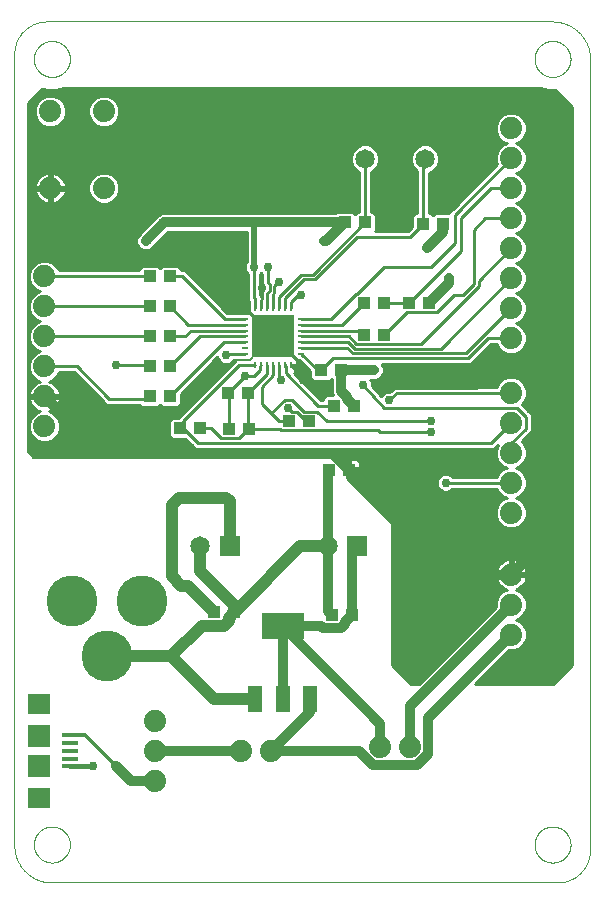
<source format=gtl>
G75*
%MOIN*%
%OFA0B0*%
%FSLAX25Y25*%
%IPPOS*%
%LPD*%
%AMOC8*
5,1,8,0,0,1.08239X$1,22.5*
%
%ADD10C,0.00000*%
%ADD11R,0.04331X0.03937*%
%ADD12C,0.06500*%
%ADD13R,0.06500X0.06500*%
%ADD14R,0.14173X0.14173*%
%ADD15R,0.00984X0.02362*%
%ADD16R,0.02362X0.00984*%
%ADD17C,0.17000*%
%ADD18R,0.05512X0.01378*%
%ADD19R,0.07480X0.07087*%
%ADD20R,0.07480X0.07480*%
%ADD21C,0.07400*%
%ADD22R,0.04800X0.08800*%
%ADD23R,0.14173X0.08661*%
%ADD24C,0.01000*%
%ADD25C,0.02978*%
%ADD26C,0.01600*%
%ADD27C,0.04000*%
%ADD28C,0.03200*%
%ADD29C,0.00800*%
%ADD30C,0.01200*%
%ADD31C,0.02000*%
D10*
X0016250Y0013400D02*
X0016250Y0277331D01*
X0016253Y0277589D01*
X0016262Y0277846D01*
X0016278Y0278104D01*
X0016300Y0278361D01*
X0016328Y0278617D01*
X0016362Y0278873D01*
X0016402Y0279127D01*
X0016449Y0279381D01*
X0016501Y0279633D01*
X0016560Y0279884D01*
X0016625Y0280134D01*
X0016695Y0280382D01*
X0016772Y0280628D01*
X0016855Y0280872D01*
X0016943Y0281114D01*
X0017038Y0281354D01*
X0017138Y0281592D01*
X0017244Y0281827D01*
X0017355Y0282059D01*
X0017472Y0282289D01*
X0017595Y0282516D01*
X0017723Y0282740D01*
X0017856Y0282960D01*
X0017995Y0283178D01*
X0018139Y0283392D01*
X0018288Y0283602D01*
X0018442Y0283809D01*
X0018601Y0284012D01*
X0018765Y0284211D01*
X0018933Y0284406D01*
X0019106Y0284597D01*
X0019284Y0284783D01*
X0019467Y0284966D01*
X0019653Y0285144D01*
X0019844Y0285317D01*
X0020039Y0285485D01*
X0020238Y0285649D01*
X0020441Y0285808D01*
X0020648Y0285962D01*
X0020858Y0286111D01*
X0021072Y0286255D01*
X0021290Y0286394D01*
X0021510Y0286527D01*
X0021734Y0286655D01*
X0021961Y0286778D01*
X0022191Y0286895D01*
X0022423Y0287006D01*
X0022658Y0287112D01*
X0022896Y0287212D01*
X0023136Y0287307D01*
X0023378Y0287395D01*
X0023622Y0287478D01*
X0023868Y0287555D01*
X0024116Y0287625D01*
X0024366Y0287690D01*
X0024617Y0287749D01*
X0024869Y0287801D01*
X0025123Y0287848D01*
X0025377Y0287888D01*
X0025633Y0287922D01*
X0025889Y0287950D01*
X0026146Y0287972D01*
X0026404Y0287988D01*
X0026661Y0287997D01*
X0026919Y0288000D01*
X0195600Y0288000D01*
X0189625Y0275500D02*
X0189627Y0275654D01*
X0189633Y0275809D01*
X0189643Y0275963D01*
X0189657Y0276117D01*
X0189675Y0276270D01*
X0189696Y0276423D01*
X0189722Y0276576D01*
X0189752Y0276727D01*
X0189785Y0276878D01*
X0189823Y0277028D01*
X0189864Y0277177D01*
X0189909Y0277325D01*
X0189958Y0277471D01*
X0190011Y0277617D01*
X0190067Y0277760D01*
X0190127Y0277903D01*
X0190191Y0278043D01*
X0190258Y0278183D01*
X0190329Y0278320D01*
X0190403Y0278455D01*
X0190481Y0278589D01*
X0190562Y0278720D01*
X0190647Y0278849D01*
X0190735Y0278977D01*
X0190826Y0279101D01*
X0190920Y0279224D01*
X0191018Y0279344D01*
X0191118Y0279461D01*
X0191222Y0279576D01*
X0191328Y0279688D01*
X0191437Y0279797D01*
X0191549Y0279903D01*
X0191664Y0280007D01*
X0191781Y0280107D01*
X0191901Y0280205D01*
X0192024Y0280299D01*
X0192148Y0280390D01*
X0192276Y0280478D01*
X0192405Y0280563D01*
X0192536Y0280644D01*
X0192670Y0280722D01*
X0192805Y0280796D01*
X0192942Y0280867D01*
X0193082Y0280934D01*
X0193222Y0280998D01*
X0193365Y0281058D01*
X0193508Y0281114D01*
X0193654Y0281167D01*
X0193800Y0281216D01*
X0193948Y0281261D01*
X0194097Y0281302D01*
X0194247Y0281340D01*
X0194398Y0281373D01*
X0194549Y0281403D01*
X0194702Y0281429D01*
X0194855Y0281450D01*
X0195008Y0281468D01*
X0195162Y0281482D01*
X0195316Y0281492D01*
X0195471Y0281498D01*
X0195625Y0281500D01*
X0195779Y0281498D01*
X0195934Y0281492D01*
X0196088Y0281482D01*
X0196242Y0281468D01*
X0196395Y0281450D01*
X0196548Y0281429D01*
X0196701Y0281403D01*
X0196852Y0281373D01*
X0197003Y0281340D01*
X0197153Y0281302D01*
X0197302Y0281261D01*
X0197450Y0281216D01*
X0197596Y0281167D01*
X0197742Y0281114D01*
X0197885Y0281058D01*
X0198028Y0280998D01*
X0198168Y0280934D01*
X0198308Y0280867D01*
X0198445Y0280796D01*
X0198580Y0280722D01*
X0198714Y0280644D01*
X0198845Y0280563D01*
X0198974Y0280478D01*
X0199102Y0280390D01*
X0199226Y0280299D01*
X0199349Y0280205D01*
X0199469Y0280107D01*
X0199586Y0280007D01*
X0199701Y0279903D01*
X0199813Y0279797D01*
X0199922Y0279688D01*
X0200028Y0279576D01*
X0200132Y0279461D01*
X0200232Y0279344D01*
X0200330Y0279224D01*
X0200424Y0279101D01*
X0200515Y0278977D01*
X0200603Y0278849D01*
X0200688Y0278720D01*
X0200769Y0278589D01*
X0200847Y0278455D01*
X0200921Y0278320D01*
X0200992Y0278183D01*
X0201059Y0278043D01*
X0201123Y0277903D01*
X0201183Y0277760D01*
X0201239Y0277617D01*
X0201292Y0277471D01*
X0201341Y0277325D01*
X0201386Y0277177D01*
X0201427Y0277028D01*
X0201465Y0276878D01*
X0201498Y0276727D01*
X0201528Y0276576D01*
X0201554Y0276423D01*
X0201575Y0276270D01*
X0201593Y0276117D01*
X0201607Y0275963D01*
X0201617Y0275809D01*
X0201623Y0275654D01*
X0201625Y0275500D01*
X0201623Y0275346D01*
X0201617Y0275191D01*
X0201607Y0275037D01*
X0201593Y0274883D01*
X0201575Y0274730D01*
X0201554Y0274577D01*
X0201528Y0274424D01*
X0201498Y0274273D01*
X0201465Y0274122D01*
X0201427Y0273972D01*
X0201386Y0273823D01*
X0201341Y0273675D01*
X0201292Y0273529D01*
X0201239Y0273383D01*
X0201183Y0273240D01*
X0201123Y0273097D01*
X0201059Y0272957D01*
X0200992Y0272817D01*
X0200921Y0272680D01*
X0200847Y0272545D01*
X0200769Y0272411D01*
X0200688Y0272280D01*
X0200603Y0272151D01*
X0200515Y0272023D01*
X0200424Y0271899D01*
X0200330Y0271776D01*
X0200232Y0271656D01*
X0200132Y0271539D01*
X0200028Y0271424D01*
X0199922Y0271312D01*
X0199813Y0271203D01*
X0199701Y0271097D01*
X0199586Y0270993D01*
X0199469Y0270893D01*
X0199349Y0270795D01*
X0199226Y0270701D01*
X0199102Y0270610D01*
X0198974Y0270522D01*
X0198845Y0270437D01*
X0198714Y0270356D01*
X0198580Y0270278D01*
X0198445Y0270204D01*
X0198308Y0270133D01*
X0198168Y0270066D01*
X0198028Y0270002D01*
X0197885Y0269942D01*
X0197742Y0269886D01*
X0197596Y0269833D01*
X0197450Y0269784D01*
X0197302Y0269739D01*
X0197153Y0269698D01*
X0197003Y0269660D01*
X0196852Y0269627D01*
X0196701Y0269597D01*
X0196548Y0269571D01*
X0196395Y0269550D01*
X0196242Y0269532D01*
X0196088Y0269518D01*
X0195934Y0269508D01*
X0195779Y0269502D01*
X0195625Y0269500D01*
X0195471Y0269502D01*
X0195316Y0269508D01*
X0195162Y0269518D01*
X0195008Y0269532D01*
X0194855Y0269550D01*
X0194702Y0269571D01*
X0194549Y0269597D01*
X0194398Y0269627D01*
X0194247Y0269660D01*
X0194097Y0269698D01*
X0193948Y0269739D01*
X0193800Y0269784D01*
X0193654Y0269833D01*
X0193508Y0269886D01*
X0193365Y0269942D01*
X0193222Y0270002D01*
X0193082Y0270066D01*
X0192942Y0270133D01*
X0192805Y0270204D01*
X0192670Y0270278D01*
X0192536Y0270356D01*
X0192405Y0270437D01*
X0192276Y0270522D01*
X0192148Y0270610D01*
X0192024Y0270701D01*
X0191901Y0270795D01*
X0191781Y0270893D01*
X0191664Y0270993D01*
X0191549Y0271097D01*
X0191437Y0271203D01*
X0191328Y0271312D01*
X0191222Y0271424D01*
X0191118Y0271539D01*
X0191018Y0271656D01*
X0190920Y0271776D01*
X0190826Y0271899D01*
X0190735Y0272023D01*
X0190647Y0272151D01*
X0190562Y0272280D01*
X0190481Y0272411D01*
X0190403Y0272545D01*
X0190329Y0272680D01*
X0190258Y0272817D01*
X0190191Y0272957D01*
X0190127Y0273097D01*
X0190067Y0273240D01*
X0190011Y0273383D01*
X0189958Y0273529D01*
X0189909Y0273675D01*
X0189864Y0273823D01*
X0189823Y0273972D01*
X0189785Y0274122D01*
X0189752Y0274273D01*
X0189722Y0274424D01*
X0189696Y0274577D01*
X0189675Y0274730D01*
X0189657Y0274883D01*
X0189643Y0275037D01*
X0189633Y0275191D01*
X0189627Y0275346D01*
X0189625Y0275500D01*
X0195600Y0288000D02*
X0195903Y0287996D01*
X0196206Y0287985D01*
X0196509Y0287967D01*
X0196811Y0287941D01*
X0197113Y0287908D01*
X0197413Y0287868D01*
X0197713Y0287821D01*
X0198011Y0287766D01*
X0198308Y0287704D01*
X0198603Y0287635D01*
X0198897Y0287559D01*
X0199189Y0287476D01*
X0199478Y0287386D01*
X0199765Y0287289D01*
X0200050Y0287184D01*
X0200333Y0287073D01*
X0200612Y0286956D01*
X0200889Y0286831D01*
X0201162Y0286700D01*
X0201432Y0286562D01*
X0201699Y0286418D01*
X0201962Y0286268D01*
X0202222Y0286111D01*
X0202478Y0285948D01*
X0202729Y0285778D01*
X0202977Y0285603D01*
X0203220Y0285422D01*
X0203459Y0285235D01*
X0203693Y0285042D01*
X0203922Y0284844D01*
X0204147Y0284640D01*
X0204366Y0284431D01*
X0204581Y0284216D01*
X0204790Y0283997D01*
X0204994Y0283772D01*
X0205192Y0283543D01*
X0205385Y0283309D01*
X0205572Y0283070D01*
X0205753Y0282827D01*
X0205928Y0282579D01*
X0206098Y0282328D01*
X0206261Y0282072D01*
X0206418Y0281812D01*
X0206568Y0281549D01*
X0206712Y0281282D01*
X0206850Y0281012D01*
X0206981Y0280739D01*
X0207106Y0280462D01*
X0207223Y0280183D01*
X0207334Y0279900D01*
X0207439Y0279615D01*
X0207536Y0279328D01*
X0207626Y0279039D01*
X0207709Y0278747D01*
X0207785Y0278453D01*
X0207854Y0278158D01*
X0207916Y0277861D01*
X0207971Y0277563D01*
X0208018Y0277263D01*
X0208058Y0276963D01*
X0208091Y0276661D01*
X0208117Y0276359D01*
X0208135Y0276056D01*
X0208146Y0275753D01*
X0208150Y0275450D01*
X0208150Y0011925D01*
X0208147Y0011661D01*
X0208137Y0011397D01*
X0208121Y0011134D01*
X0208099Y0010871D01*
X0208070Y0010608D01*
X0208035Y0010346D01*
X0207994Y0010086D01*
X0207946Y0009826D01*
X0207893Y0009568D01*
X0207833Y0009310D01*
X0207766Y0009055D01*
X0207694Y0008801D01*
X0207615Y0008549D01*
X0207531Y0008299D01*
X0207440Y0008051D01*
X0207343Y0007805D01*
X0207241Y0007562D01*
X0207133Y0007321D01*
X0207018Y0007083D01*
X0206899Y0006848D01*
X0206773Y0006616D01*
X0206642Y0006386D01*
X0206505Y0006161D01*
X0206363Y0005938D01*
X0206216Y0005719D01*
X0206064Y0005503D01*
X0205906Y0005292D01*
X0205743Y0005084D01*
X0205575Y0004880D01*
X0205402Y0004680D01*
X0205225Y0004485D01*
X0205043Y0004294D01*
X0204856Y0004107D01*
X0204665Y0003925D01*
X0204470Y0003748D01*
X0204270Y0003575D01*
X0204066Y0003407D01*
X0203858Y0003244D01*
X0203647Y0003086D01*
X0203431Y0002934D01*
X0203212Y0002787D01*
X0202989Y0002645D01*
X0202764Y0002508D01*
X0202534Y0002377D01*
X0202302Y0002251D01*
X0202067Y0002132D01*
X0201829Y0002017D01*
X0201588Y0001909D01*
X0201345Y0001807D01*
X0201099Y0001710D01*
X0200851Y0001619D01*
X0200601Y0001535D01*
X0200349Y0001456D01*
X0200095Y0001384D01*
X0199840Y0001317D01*
X0199582Y0001257D01*
X0199324Y0001204D01*
X0199064Y0001156D01*
X0198804Y0001115D01*
X0198542Y0001080D01*
X0198279Y0001051D01*
X0198016Y0001029D01*
X0197753Y0001013D01*
X0197489Y0001003D01*
X0197225Y0001000D01*
X0028618Y0001000D01*
X0028319Y0001004D01*
X0028020Y0001015D01*
X0027721Y0001034D01*
X0027423Y0001059D01*
X0027126Y0001092D01*
X0026829Y0001132D01*
X0026533Y0001179D01*
X0026239Y0001234D01*
X0025946Y0001295D01*
X0025655Y0001364D01*
X0025365Y0001439D01*
X0025078Y0001522D01*
X0024792Y0001611D01*
X0024509Y0001707D01*
X0024228Y0001810D01*
X0023949Y0001920D01*
X0023674Y0002037D01*
X0023401Y0002160D01*
X0023131Y0002290D01*
X0022865Y0002426D01*
X0022602Y0002568D01*
X0022342Y0002717D01*
X0022086Y0002873D01*
X0021834Y0003034D01*
X0021586Y0003201D01*
X0021342Y0003374D01*
X0021102Y0003554D01*
X0020867Y0003738D01*
X0020636Y0003929D01*
X0020410Y0004125D01*
X0020189Y0004326D01*
X0019972Y0004533D01*
X0019761Y0004745D01*
X0019555Y0004962D01*
X0019354Y0005184D01*
X0019159Y0005410D01*
X0018969Y0005642D01*
X0018784Y0005877D01*
X0018606Y0006118D01*
X0018433Y0006362D01*
X0018266Y0006611D01*
X0018106Y0006863D01*
X0017951Y0007119D01*
X0017803Y0007379D01*
X0017661Y0007643D01*
X0017526Y0007910D01*
X0017397Y0008180D01*
X0017274Y0008453D01*
X0017158Y0008729D01*
X0017049Y0009007D01*
X0016947Y0009289D01*
X0016851Y0009572D01*
X0016763Y0009858D01*
X0016681Y0010146D01*
X0016606Y0010436D01*
X0016538Y0010727D01*
X0016478Y0011020D01*
X0016424Y0011315D01*
X0016378Y0011610D01*
X0016338Y0011907D01*
X0016306Y0012205D01*
X0016281Y0012503D01*
X0016264Y0012801D01*
X0016253Y0013101D01*
X0016250Y0013400D01*
X0022750Y0013625D02*
X0022752Y0013779D01*
X0022758Y0013934D01*
X0022768Y0014088D01*
X0022782Y0014242D01*
X0022800Y0014395D01*
X0022821Y0014548D01*
X0022847Y0014701D01*
X0022877Y0014852D01*
X0022910Y0015003D01*
X0022948Y0015153D01*
X0022989Y0015302D01*
X0023034Y0015450D01*
X0023083Y0015596D01*
X0023136Y0015742D01*
X0023192Y0015885D01*
X0023252Y0016028D01*
X0023316Y0016168D01*
X0023383Y0016308D01*
X0023454Y0016445D01*
X0023528Y0016580D01*
X0023606Y0016714D01*
X0023687Y0016845D01*
X0023772Y0016974D01*
X0023860Y0017102D01*
X0023951Y0017226D01*
X0024045Y0017349D01*
X0024143Y0017469D01*
X0024243Y0017586D01*
X0024347Y0017701D01*
X0024453Y0017813D01*
X0024562Y0017922D01*
X0024674Y0018028D01*
X0024789Y0018132D01*
X0024906Y0018232D01*
X0025026Y0018330D01*
X0025149Y0018424D01*
X0025273Y0018515D01*
X0025401Y0018603D01*
X0025530Y0018688D01*
X0025661Y0018769D01*
X0025795Y0018847D01*
X0025930Y0018921D01*
X0026067Y0018992D01*
X0026207Y0019059D01*
X0026347Y0019123D01*
X0026490Y0019183D01*
X0026633Y0019239D01*
X0026779Y0019292D01*
X0026925Y0019341D01*
X0027073Y0019386D01*
X0027222Y0019427D01*
X0027372Y0019465D01*
X0027523Y0019498D01*
X0027674Y0019528D01*
X0027827Y0019554D01*
X0027980Y0019575D01*
X0028133Y0019593D01*
X0028287Y0019607D01*
X0028441Y0019617D01*
X0028596Y0019623D01*
X0028750Y0019625D01*
X0028904Y0019623D01*
X0029059Y0019617D01*
X0029213Y0019607D01*
X0029367Y0019593D01*
X0029520Y0019575D01*
X0029673Y0019554D01*
X0029826Y0019528D01*
X0029977Y0019498D01*
X0030128Y0019465D01*
X0030278Y0019427D01*
X0030427Y0019386D01*
X0030575Y0019341D01*
X0030721Y0019292D01*
X0030867Y0019239D01*
X0031010Y0019183D01*
X0031153Y0019123D01*
X0031293Y0019059D01*
X0031433Y0018992D01*
X0031570Y0018921D01*
X0031705Y0018847D01*
X0031839Y0018769D01*
X0031970Y0018688D01*
X0032099Y0018603D01*
X0032227Y0018515D01*
X0032351Y0018424D01*
X0032474Y0018330D01*
X0032594Y0018232D01*
X0032711Y0018132D01*
X0032826Y0018028D01*
X0032938Y0017922D01*
X0033047Y0017813D01*
X0033153Y0017701D01*
X0033257Y0017586D01*
X0033357Y0017469D01*
X0033455Y0017349D01*
X0033549Y0017226D01*
X0033640Y0017102D01*
X0033728Y0016974D01*
X0033813Y0016845D01*
X0033894Y0016714D01*
X0033972Y0016580D01*
X0034046Y0016445D01*
X0034117Y0016308D01*
X0034184Y0016168D01*
X0034248Y0016028D01*
X0034308Y0015885D01*
X0034364Y0015742D01*
X0034417Y0015596D01*
X0034466Y0015450D01*
X0034511Y0015302D01*
X0034552Y0015153D01*
X0034590Y0015003D01*
X0034623Y0014852D01*
X0034653Y0014701D01*
X0034679Y0014548D01*
X0034700Y0014395D01*
X0034718Y0014242D01*
X0034732Y0014088D01*
X0034742Y0013934D01*
X0034748Y0013779D01*
X0034750Y0013625D01*
X0034748Y0013471D01*
X0034742Y0013316D01*
X0034732Y0013162D01*
X0034718Y0013008D01*
X0034700Y0012855D01*
X0034679Y0012702D01*
X0034653Y0012549D01*
X0034623Y0012398D01*
X0034590Y0012247D01*
X0034552Y0012097D01*
X0034511Y0011948D01*
X0034466Y0011800D01*
X0034417Y0011654D01*
X0034364Y0011508D01*
X0034308Y0011365D01*
X0034248Y0011222D01*
X0034184Y0011082D01*
X0034117Y0010942D01*
X0034046Y0010805D01*
X0033972Y0010670D01*
X0033894Y0010536D01*
X0033813Y0010405D01*
X0033728Y0010276D01*
X0033640Y0010148D01*
X0033549Y0010024D01*
X0033455Y0009901D01*
X0033357Y0009781D01*
X0033257Y0009664D01*
X0033153Y0009549D01*
X0033047Y0009437D01*
X0032938Y0009328D01*
X0032826Y0009222D01*
X0032711Y0009118D01*
X0032594Y0009018D01*
X0032474Y0008920D01*
X0032351Y0008826D01*
X0032227Y0008735D01*
X0032099Y0008647D01*
X0031970Y0008562D01*
X0031839Y0008481D01*
X0031705Y0008403D01*
X0031570Y0008329D01*
X0031433Y0008258D01*
X0031293Y0008191D01*
X0031153Y0008127D01*
X0031010Y0008067D01*
X0030867Y0008011D01*
X0030721Y0007958D01*
X0030575Y0007909D01*
X0030427Y0007864D01*
X0030278Y0007823D01*
X0030128Y0007785D01*
X0029977Y0007752D01*
X0029826Y0007722D01*
X0029673Y0007696D01*
X0029520Y0007675D01*
X0029367Y0007657D01*
X0029213Y0007643D01*
X0029059Y0007633D01*
X0028904Y0007627D01*
X0028750Y0007625D01*
X0028596Y0007627D01*
X0028441Y0007633D01*
X0028287Y0007643D01*
X0028133Y0007657D01*
X0027980Y0007675D01*
X0027827Y0007696D01*
X0027674Y0007722D01*
X0027523Y0007752D01*
X0027372Y0007785D01*
X0027222Y0007823D01*
X0027073Y0007864D01*
X0026925Y0007909D01*
X0026779Y0007958D01*
X0026633Y0008011D01*
X0026490Y0008067D01*
X0026347Y0008127D01*
X0026207Y0008191D01*
X0026067Y0008258D01*
X0025930Y0008329D01*
X0025795Y0008403D01*
X0025661Y0008481D01*
X0025530Y0008562D01*
X0025401Y0008647D01*
X0025273Y0008735D01*
X0025149Y0008826D01*
X0025026Y0008920D01*
X0024906Y0009018D01*
X0024789Y0009118D01*
X0024674Y0009222D01*
X0024562Y0009328D01*
X0024453Y0009437D01*
X0024347Y0009549D01*
X0024243Y0009664D01*
X0024143Y0009781D01*
X0024045Y0009901D01*
X0023951Y0010024D01*
X0023860Y0010148D01*
X0023772Y0010276D01*
X0023687Y0010405D01*
X0023606Y0010536D01*
X0023528Y0010670D01*
X0023454Y0010805D01*
X0023383Y0010942D01*
X0023316Y0011082D01*
X0023252Y0011222D01*
X0023192Y0011365D01*
X0023136Y0011508D01*
X0023083Y0011654D01*
X0023034Y0011800D01*
X0022989Y0011948D01*
X0022948Y0012097D01*
X0022910Y0012247D01*
X0022877Y0012398D01*
X0022847Y0012549D01*
X0022821Y0012702D01*
X0022800Y0012855D01*
X0022782Y0013008D01*
X0022768Y0013162D01*
X0022758Y0013316D01*
X0022752Y0013471D01*
X0022750Y0013625D01*
X0189625Y0013625D02*
X0189627Y0013779D01*
X0189633Y0013934D01*
X0189643Y0014088D01*
X0189657Y0014242D01*
X0189675Y0014395D01*
X0189696Y0014548D01*
X0189722Y0014701D01*
X0189752Y0014852D01*
X0189785Y0015003D01*
X0189823Y0015153D01*
X0189864Y0015302D01*
X0189909Y0015450D01*
X0189958Y0015596D01*
X0190011Y0015742D01*
X0190067Y0015885D01*
X0190127Y0016028D01*
X0190191Y0016168D01*
X0190258Y0016308D01*
X0190329Y0016445D01*
X0190403Y0016580D01*
X0190481Y0016714D01*
X0190562Y0016845D01*
X0190647Y0016974D01*
X0190735Y0017102D01*
X0190826Y0017226D01*
X0190920Y0017349D01*
X0191018Y0017469D01*
X0191118Y0017586D01*
X0191222Y0017701D01*
X0191328Y0017813D01*
X0191437Y0017922D01*
X0191549Y0018028D01*
X0191664Y0018132D01*
X0191781Y0018232D01*
X0191901Y0018330D01*
X0192024Y0018424D01*
X0192148Y0018515D01*
X0192276Y0018603D01*
X0192405Y0018688D01*
X0192536Y0018769D01*
X0192670Y0018847D01*
X0192805Y0018921D01*
X0192942Y0018992D01*
X0193082Y0019059D01*
X0193222Y0019123D01*
X0193365Y0019183D01*
X0193508Y0019239D01*
X0193654Y0019292D01*
X0193800Y0019341D01*
X0193948Y0019386D01*
X0194097Y0019427D01*
X0194247Y0019465D01*
X0194398Y0019498D01*
X0194549Y0019528D01*
X0194702Y0019554D01*
X0194855Y0019575D01*
X0195008Y0019593D01*
X0195162Y0019607D01*
X0195316Y0019617D01*
X0195471Y0019623D01*
X0195625Y0019625D01*
X0195779Y0019623D01*
X0195934Y0019617D01*
X0196088Y0019607D01*
X0196242Y0019593D01*
X0196395Y0019575D01*
X0196548Y0019554D01*
X0196701Y0019528D01*
X0196852Y0019498D01*
X0197003Y0019465D01*
X0197153Y0019427D01*
X0197302Y0019386D01*
X0197450Y0019341D01*
X0197596Y0019292D01*
X0197742Y0019239D01*
X0197885Y0019183D01*
X0198028Y0019123D01*
X0198168Y0019059D01*
X0198308Y0018992D01*
X0198445Y0018921D01*
X0198580Y0018847D01*
X0198714Y0018769D01*
X0198845Y0018688D01*
X0198974Y0018603D01*
X0199102Y0018515D01*
X0199226Y0018424D01*
X0199349Y0018330D01*
X0199469Y0018232D01*
X0199586Y0018132D01*
X0199701Y0018028D01*
X0199813Y0017922D01*
X0199922Y0017813D01*
X0200028Y0017701D01*
X0200132Y0017586D01*
X0200232Y0017469D01*
X0200330Y0017349D01*
X0200424Y0017226D01*
X0200515Y0017102D01*
X0200603Y0016974D01*
X0200688Y0016845D01*
X0200769Y0016714D01*
X0200847Y0016580D01*
X0200921Y0016445D01*
X0200992Y0016308D01*
X0201059Y0016168D01*
X0201123Y0016028D01*
X0201183Y0015885D01*
X0201239Y0015742D01*
X0201292Y0015596D01*
X0201341Y0015450D01*
X0201386Y0015302D01*
X0201427Y0015153D01*
X0201465Y0015003D01*
X0201498Y0014852D01*
X0201528Y0014701D01*
X0201554Y0014548D01*
X0201575Y0014395D01*
X0201593Y0014242D01*
X0201607Y0014088D01*
X0201617Y0013934D01*
X0201623Y0013779D01*
X0201625Y0013625D01*
X0201623Y0013471D01*
X0201617Y0013316D01*
X0201607Y0013162D01*
X0201593Y0013008D01*
X0201575Y0012855D01*
X0201554Y0012702D01*
X0201528Y0012549D01*
X0201498Y0012398D01*
X0201465Y0012247D01*
X0201427Y0012097D01*
X0201386Y0011948D01*
X0201341Y0011800D01*
X0201292Y0011654D01*
X0201239Y0011508D01*
X0201183Y0011365D01*
X0201123Y0011222D01*
X0201059Y0011082D01*
X0200992Y0010942D01*
X0200921Y0010805D01*
X0200847Y0010670D01*
X0200769Y0010536D01*
X0200688Y0010405D01*
X0200603Y0010276D01*
X0200515Y0010148D01*
X0200424Y0010024D01*
X0200330Y0009901D01*
X0200232Y0009781D01*
X0200132Y0009664D01*
X0200028Y0009549D01*
X0199922Y0009437D01*
X0199813Y0009328D01*
X0199701Y0009222D01*
X0199586Y0009118D01*
X0199469Y0009018D01*
X0199349Y0008920D01*
X0199226Y0008826D01*
X0199102Y0008735D01*
X0198974Y0008647D01*
X0198845Y0008562D01*
X0198714Y0008481D01*
X0198580Y0008403D01*
X0198445Y0008329D01*
X0198308Y0008258D01*
X0198168Y0008191D01*
X0198028Y0008127D01*
X0197885Y0008067D01*
X0197742Y0008011D01*
X0197596Y0007958D01*
X0197450Y0007909D01*
X0197302Y0007864D01*
X0197153Y0007823D01*
X0197003Y0007785D01*
X0196852Y0007752D01*
X0196701Y0007722D01*
X0196548Y0007696D01*
X0196395Y0007675D01*
X0196242Y0007657D01*
X0196088Y0007643D01*
X0195934Y0007633D01*
X0195779Y0007627D01*
X0195625Y0007625D01*
X0195471Y0007627D01*
X0195316Y0007633D01*
X0195162Y0007643D01*
X0195008Y0007657D01*
X0194855Y0007675D01*
X0194702Y0007696D01*
X0194549Y0007722D01*
X0194398Y0007752D01*
X0194247Y0007785D01*
X0194097Y0007823D01*
X0193948Y0007864D01*
X0193800Y0007909D01*
X0193654Y0007958D01*
X0193508Y0008011D01*
X0193365Y0008067D01*
X0193222Y0008127D01*
X0193082Y0008191D01*
X0192942Y0008258D01*
X0192805Y0008329D01*
X0192670Y0008403D01*
X0192536Y0008481D01*
X0192405Y0008562D01*
X0192276Y0008647D01*
X0192148Y0008735D01*
X0192024Y0008826D01*
X0191901Y0008920D01*
X0191781Y0009018D01*
X0191664Y0009118D01*
X0191549Y0009222D01*
X0191437Y0009328D01*
X0191328Y0009437D01*
X0191222Y0009549D01*
X0191118Y0009664D01*
X0191018Y0009781D01*
X0190920Y0009901D01*
X0190826Y0010024D01*
X0190735Y0010148D01*
X0190647Y0010276D01*
X0190562Y0010405D01*
X0190481Y0010536D01*
X0190403Y0010670D01*
X0190329Y0010805D01*
X0190258Y0010942D01*
X0190191Y0011082D01*
X0190127Y0011222D01*
X0190067Y0011365D01*
X0190011Y0011508D01*
X0189958Y0011654D01*
X0189909Y0011800D01*
X0189864Y0011948D01*
X0189823Y0012097D01*
X0189785Y0012247D01*
X0189752Y0012398D01*
X0189722Y0012549D01*
X0189696Y0012702D01*
X0189675Y0012855D01*
X0189657Y0013008D01*
X0189643Y0013162D01*
X0189633Y0013316D01*
X0189627Y0013471D01*
X0189625Y0013625D01*
X0022750Y0275500D02*
X0022752Y0275654D01*
X0022758Y0275809D01*
X0022768Y0275963D01*
X0022782Y0276117D01*
X0022800Y0276270D01*
X0022821Y0276423D01*
X0022847Y0276576D01*
X0022877Y0276727D01*
X0022910Y0276878D01*
X0022948Y0277028D01*
X0022989Y0277177D01*
X0023034Y0277325D01*
X0023083Y0277471D01*
X0023136Y0277617D01*
X0023192Y0277760D01*
X0023252Y0277903D01*
X0023316Y0278043D01*
X0023383Y0278183D01*
X0023454Y0278320D01*
X0023528Y0278455D01*
X0023606Y0278589D01*
X0023687Y0278720D01*
X0023772Y0278849D01*
X0023860Y0278977D01*
X0023951Y0279101D01*
X0024045Y0279224D01*
X0024143Y0279344D01*
X0024243Y0279461D01*
X0024347Y0279576D01*
X0024453Y0279688D01*
X0024562Y0279797D01*
X0024674Y0279903D01*
X0024789Y0280007D01*
X0024906Y0280107D01*
X0025026Y0280205D01*
X0025149Y0280299D01*
X0025273Y0280390D01*
X0025401Y0280478D01*
X0025530Y0280563D01*
X0025661Y0280644D01*
X0025795Y0280722D01*
X0025930Y0280796D01*
X0026067Y0280867D01*
X0026207Y0280934D01*
X0026347Y0280998D01*
X0026490Y0281058D01*
X0026633Y0281114D01*
X0026779Y0281167D01*
X0026925Y0281216D01*
X0027073Y0281261D01*
X0027222Y0281302D01*
X0027372Y0281340D01*
X0027523Y0281373D01*
X0027674Y0281403D01*
X0027827Y0281429D01*
X0027980Y0281450D01*
X0028133Y0281468D01*
X0028287Y0281482D01*
X0028441Y0281492D01*
X0028596Y0281498D01*
X0028750Y0281500D01*
X0028904Y0281498D01*
X0029059Y0281492D01*
X0029213Y0281482D01*
X0029367Y0281468D01*
X0029520Y0281450D01*
X0029673Y0281429D01*
X0029826Y0281403D01*
X0029977Y0281373D01*
X0030128Y0281340D01*
X0030278Y0281302D01*
X0030427Y0281261D01*
X0030575Y0281216D01*
X0030721Y0281167D01*
X0030867Y0281114D01*
X0031010Y0281058D01*
X0031153Y0280998D01*
X0031293Y0280934D01*
X0031433Y0280867D01*
X0031570Y0280796D01*
X0031705Y0280722D01*
X0031839Y0280644D01*
X0031970Y0280563D01*
X0032099Y0280478D01*
X0032227Y0280390D01*
X0032351Y0280299D01*
X0032474Y0280205D01*
X0032594Y0280107D01*
X0032711Y0280007D01*
X0032826Y0279903D01*
X0032938Y0279797D01*
X0033047Y0279688D01*
X0033153Y0279576D01*
X0033257Y0279461D01*
X0033357Y0279344D01*
X0033455Y0279224D01*
X0033549Y0279101D01*
X0033640Y0278977D01*
X0033728Y0278849D01*
X0033813Y0278720D01*
X0033894Y0278589D01*
X0033972Y0278455D01*
X0034046Y0278320D01*
X0034117Y0278183D01*
X0034184Y0278043D01*
X0034248Y0277903D01*
X0034308Y0277760D01*
X0034364Y0277617D01*
X0034417Y0277471D01*
X0034466Y0277325D01*
X0034511Y0277177D01*
X0034552Y0277028D01*
X0034590Y0276878D01*
X0034623Y0276727D01*
X0034653Y0276576D01*
X0034679Y0276423D01*
X0034700Y0276270D01*
X0034718Y0276117D01*
X0034732Y0275963D01*
X0034742Y0275809D01*
X0034748Y0275654D01*
X0034750Y0275500D01*
X0034748Y0275346D01*
X0034742Y0275191D01*
X0034732Y0275037D01*
X0034718Y0274883D01*
X0034700Y0274730D01*
X0034679Y0274577D01*
X0034653Y0274424D01*
X0034623Y0274273D01*
X0034590Y0274122D01*
X0034552Y0273972D01*
X0034511Y0273823D01*
X0034466Y0273675D01*
X0034417Y0273529D01*
X0034364Y0273383D01*
X0034308Y0273240D01*
X0034248Y0273097D01*
X0034184Y0272957D01*
X0034117Y0272817D01*
X0034046Y0272680D01*
X0033972Y0272545D01*
X0033894Y0272411D01*
X0033813Y0272280D01*
X0033728Y0272151D01*
X0033640Y0272023D01*
X0033549Y0271899D01*
X0033455Y0271776D01*
X0033357Y0271656D01*
X0033257Y0271539D01*
X0033153Y0271424D01*
X0033047Y0271312D01*
X0032938Y0271203D01*
X0032826Y0271097D01*
X0032711Y0270993D01*
X0032594Y0270893D01*
X0032474Y0270795D01*
X0032351Y0270701D01*
X0032227Y0270610D01*
X0032099Y0270522D01*
X0031970Y0270437D01*
X0031839Y0270356D01*
X0031705Y0270278D01*
X0031570Y0270204D01*
X0031433Y0270133D01*
X0031293Y0270066D01*
X0031153Y0270002D01*
X0031010Y0269942D01*
X0030867Y0269886D01*
X0030721Y0269833D01*
X0030575Y0269784D01*
X0030427Y0269739D01*
X0030278Y0269698D01*
X0030128Y0269660D01*
X0029977Y0269627D01*
X0029826Y0269597D01*
X0029673Y0269571D01*
X0029520Y0269550D01*
X0029367Y0269532D01*
X0029213Y0269518D01*
X0029059Y0269508D01*
X0028904Y0269502D01*
X0028750Y0269500D01*
X0028596Y0269502D01*
X0028441Y0269508D01*
X0028287Y0269518D01*
X0028133Y0269532D01*
X0027980Y0269550D01*
X0027827Y0269571D01*
X0027674Y0269597D01*
X0027523Y0269627D01*
X0027372Y0269660D01*
X0027222Y0269698D01*
X0027073Y0269739D01*
X0026925Y0269784D01*
X0026779Y0269833D01*
X0026633Y0269886D01*
X0026490Y0269942D01*
X0026347Y0270002D01*
X0026207Y0270066D01*
X0026067Y0270133D01*
X0025930Y0270204D01*
X0025795Y0270278D01*
X0025661Y0270356D01*
X0025530Y0270437D01*
X0025401Y0270522D01*
X0025273Y0270610D01*
X0025149Y0270701D01*
X0025026Y0270795D01*
X0024906Y0270893D01*
X0024789Y0270993D01*
X0024674Y0271097D01*
X0024562Y0271203D01*
X0024453Y0271312D01*
X0024347Y0271424D01*
X0024243Y0271539D01*
X0024143Y0271656D01*
X0024045Y0271776D01*
X0023951Y0271899D01*
X0023860Y0272023D01*
X0023772Y0272151D01*
X0023687Y0272280D01*
X0023606Y0272411D01*
X0023528Y0272545D01*
X0023454Y0272680D01*
X0023383Y0272817D01*
X0023316Y0272957D01*
X0023252Y0273097D01*
X0023192Y0273240D01*
X0023136Y0273383D01*
X0023083Y0273529D01*
X0023034Y0273675D01*
X0022989Y0273823D01*
X0022948Y0273972D01*
X0022910Y0274122D01*
X0022877Y0274273D01*
X0022847Y0274424D01*
X0022821Y0274577D01*
X0022800Y0274730D01*
X0022782Y0274883D01*
X0022768Y0275037D01*
X0022758Y0275191D01*
X0022752Y0275346D01*
X0022750Y0275500D01*
D11*
X0061404Y0203000D03*
X0068096Y0203000D03*
X0068096Y0193000D03*
X0061404Y0193000D03*
X0061404Y0183000D03*
X0068096Y0183000D03*
X0068096Y0173000D03*
X0061404Y0173000D03*
X0061404Y0163000D03*
X0068096Y0163000D03*
X0071529Y0152375D03*
X0078221Y0152375D03*
X0087654Y0152250D03*
X0094346Y0152250D03*
X0094221Y0164125D03*
X0087529Y0164125D03*
X0107904Y0154875D03*
X0114596Y0154875D03*
X0122904Y0159875D03*
X0129596Y0159875D03*
X0125221Y0171750D03*
X0118529Y0171750D03*
X0132904Y0183625D03*
X0139596Y0183625D03*
X0139596Y0194250D03*
X0132904Y0194250D03*
X0147904Y0194250D03*
X0154596Y0194250D03*
X0152404Y0220625D03*
X0159096Y0220625D03*
X0133096Y0221000D03*
X0126404Y0221000D03*
X0127721Y0138625D03*
X0121029Y0138625D03*
X0122154Y0090000D03*
X0128846Y0090000D03*
X0089596Y0091125D03*
X0082904Y0091125D03*
D12*
X0078204Y0113000D03*
X0120704Y0113000D03*
X0133125Y0242250D03*
X0153125Y0242250D03*
D13*
X0130546Y0113000D03*
X0088046Y0113000D03*
D14*
X0102500Y0183000D03*
D15*
X0102500Y0173551D03*
X0104469Y0173551D03*
X0106437Y0173551D03*
X0108406Y0173551D03*
X0100531Y0173551D03*
X0098563Y0173551D03*
X0096594Y0173551D03*
X0096594Y0192449D03*
X0098563Y0192449D03*
X0100531Y0192449D03*
X0102500Y0192449D03*
X0104469Y0192449D03*
X0106437Y0192449D03*
X0108406Y0192449D03*
D16*
X0111949Y0188906D03*
X0111949Y0186937D03*
X0111949Y0184969D03*
X0111949Y0183000D03*
X0111949Y0181031D03*
X0111949Y0179063D03*
X0111949Y0177094D03*
X0093051Y0177094D03*
X0093051Y0179063D03*
X0093051Y0181031D03*
X0093051Y0183000D03*
X0093051Y0184969D03*
X0093051Y0186937D03*
X0093051Y0188906D03*
D17*
X0058937Y0094875D03*
X0047126Y0076371D03*
X0035315Y0094875D03*
D18*
X0034808Y0049993D03*
X0034808Y0047434D03*
X0034808Y0044875D03*
X0034808Y0042316D03*
X0034808Y0039757D03*
D19*
X0024375Y0029127D03*
X0024375Y0060623D03*
D20*
X0024375Y0049875D03*
X0024375Y0039875D03*
D21*
X0063125Y0034875D03*
X0063125Y0044875D03*
X0063125Y0054875D03*
X0091875Y0044875D03*
X0101875Y0044875D03*
X0138125Y0046125D03*
X0148125Y0046125D03*
X0181875Y0083625D03*
X0181875Y0093625D03*
X0181875Y0103625D03*
X0181875Y0124250D03*
X0181875Y0134250D03*
X0181875Y0144250D03*
X0181875Y0154250D03*
X0181875Y0164250D03*
X0181875Y0182375D03*
X0181875Y0192375D03*
X0181875Y0202375D03*
X0181875Y0212375D03*
X0181875Y0222375D03*
X0181875Y0232375D03*
X0181875Y0242375D03*
X0181875Y0252375D03*
X0046025Y0258050D03*
X0028225Y0258050D03*
X0028225Y0232450D03*
X0046025Y0232450D03*
X0026250Y0203000D03*
X0026250Y0193000D03*
X0026250Y0183000D03*
X0026250Y0173000D03*
X0026250Y0163000D03*
X0026250Y0153000D03*
D22*
X0096525Y0062050D03*
X0105625Y0062050D03*
X0114725Y0062050D03*
D23*
X0105625Y0086451D03*
D24*
X0137259Y0125809D02*
X0176893Y0125809D01*
X0176675Y0125284D02*
X0176675Y0123216D01*
X0177467Y0121304D01*
X0178929Y0119842D01*
X0180841Y0119050D01*
X0182909Y0119050D01*
X0184821Y0119842D01*
X0186283Y0121304D01*
X0187075Y0123216D01*
X0187075Y0125284D01*
X0186283Y0127196D01*
X0184821Y0128658D01*
X0183392Y0129250D01*
X0184821Y0129842D01*
X0186283Y0131304D01*
X0187075Y0133216D01*
X0187075Y0135284D01*
X0186283Y0137196D01*
X0184821Y0138658D01*
X0183392Y0139250D01*
X0184821Y0139842D01*
X0186283Y0141304D01*
X0187075Y0143216D01*
X0187075Y0145284D01*
X0186283Y0147196D01*
X0185360Y0148119D01*
X0188675Y0151433D01*
X0188675Y0157067D01*
X0187503Y0158238D01*
X0185360Y0160381D01*
X0186283Y0161304D01*
X0187075Y0163216D01*
X0187075Y0165284D01*
X0186283Y0167196D01*
X0184821Y0168658D01*
X0182909Y0169450D01*
X0180841Y0169450D01*
X0178929Y0168658D01*
X0177467Y0167196D01*
X0177075Y0166250D01*
X0142922Y0166250D01*
X0141750Y0165078D01*
X0141411Y0164739D01*
X0140655Y0164739D01*
X0139557Y0164284D01*
X0138716Y0163443D01*
X0138573Y0163097D01*
X0135489Y0166453D01*
X0135489Y0167345D01*
X0135034Y0168443D01*
X0134827Y0168650D01*
X0136867Y0168650D01*
X0138006Y0169122D01*
X0138878Y0169994D01*
X0139350Y0171133D01*
X0139350Y0172367D01*
X0138878Y0173506D01*
X0138628Y0173756D01*
X0168348Y0173756D01*
X0169519Y0174928D01*
X0174966Y0180375D01*
X0177075Y0180375D01*
X0177467Y0179429D01*
X0178929Y0177967D01*
X0180841Y0177175D01*
X0182909Y0177175D01*
X0184821Y0177967D01*
X0186283Y0179429D01*
X0187075Y0181341D01*
X0187075Y0183409D01*
X0186283Y0185321D01*
X0184821Y0186783D01*
X0183392Y0187375D01*
X0184821Y0187967D01*
X0186283Y0189429D01*
X0187075Y0191341D01*
X0187075Y0193409D01*
X0186283Y0195321D01*
X0184821Y0196783D01*
X0183392Y0197375D01*
X0184821Y0197967D01*
X0186283Y0199429D01*
X0187075Y0201341D01*
X0187075Y0203409D01*
X0186283Y0205321D01*
X0184821Y0206783D01*
X0183392Y0207375D01*
X0184821Y0207967D01*
X0186283Y0209429D01*
X0187075Y0211341D01*
X0187075Y0213409D01*
X0186283Y0215321D01*
X0184821Y0216783D01*
X0183392Y0217375D01*
X0184821Y0217967D01*
X0186283Y0219429D01*
X0187075Y0221341D01*
X0187075Y0223409D01*
X0186283Y0225321D01*
X0184821Y0226783D01*
X0183392Y0227375D01*
X0184821Y0227967D01*
X0186283Y0229429D01*
X0187075Y0231341D01*
X0187075Y0233409D01*
X0186283Y0235321D01*
X0184821Y0236783D01*
X0183392Y0237375D01*
X0184821Y0237967D01*
X0186283Y0239429D01*
X0187075Y0241341D01*
X0187075Y0243409D01*
X0186283Y0245321D01*
X0184821Y0246783D01*
X0183392Y0247375D01*
X0184821Y0247967D01*
X0186283Y0249429D01*
X0187075Y0251341D01*
X0187075Y0253409D01*
X0186283Y0255321D01*
X0184821Y0256783D01*
X0182909Y0257575D01*
X0180841Y0257575D01*
X0178929Y0256783D01*
X0177467Y0255321D01*
X0176675Y0253409D01*
X0176675Y0251341D01*
X0177467Y0249429D01*
X0178929Y0247967D01*
X0180358Y0247375D01*
X0178929Y0246783D01*
X0177467Y0245321D01*
X0176675Y0243409D01*
X0176675Y0241341D01*
X0177067Y0240395D01*
X0162297Y0225625D01*
X0161125Y0224453D01*
X0161125Y0224093D01*
X0156310Y0224093D01*
X0155750Y0223534D01*
X0155190Y0224093D01*
X0154404Y0224093D01*
X0154404Y0237638D01*
X0155816Y0238223D01*
X0157152Y0239559D01*
X0157875Y0241305D01*
X0157875Y0243195D01*
X0157152Y0244941D01*
X0155816Y0246277D01*
X0154070Y0247000D01*
X0152180Y0247000D01*
X0150434Y0246277D01*
X0149098Y0244941D01*
X0148375Y0243195D01*
X0148375Y0241305D01*
X0149098Y0239559D01*
X0150404Y0238254D01*
X0150404Y0224093D01*
X0149617Y0224093D01*
X0148738Y0223215D01*
X0148738Y0219567D01*
X0147297Y0218125D01*
X0136477Y0218125D01*
X0136762Y0218410D01*
X0136762Y0223590D01*
X0135883Y0224468D01*
X0135096Y0224468D01*
X0135096Y0237925D01*
X0135816Y0238223D01*
X0137152Y0239559D01*
X0137875Y0241305D01*
X0137875Y0243195D01*
X0137152Y0244941D01*
X0135816Y0246277D01*
X0134070Y0247000D01*
X0132180Y0247000D01*
X0130434Y0246277D01*
X0129098Y0244941D01*
X0128375Y0243195D01*
X0128375Y0241305D01*
X0129098Y0239559D01*
X0130434Y0238223D01*
X0131096Y0237949D01*
X0131096Y0224468D01*
X0130310Y0224468D01*
X0129750Y0223909D01*
X0129190Y0224468D01*
X0123617Y0224468D01*
X0123248Y0224100D01*
X0065508Y0224100D01*
X0064369Y0223628D01*
X0063497Y0222756D01*
X0057372Y0216631D01*
X0056900Y0215492D01*
X0056900Y0214258D01*
X0057372Y0213119D01*
X0058244Y0212247D01*
X0059383Y0211775D01*
X0060617Y0211775D01*
X0061756Y0212247D01*
X0067409Y0217900D01*
X0093625Y0217900D01*
X0093625Y0207852D01*
X0093591Y0207818D01*
X0093136Y0206720D01*
X0093136Y0205530D01*
X0093591Y0204432D01*
X0094125Y0203898D01*
X0094125Y0195172D01*
X0094594Y0194702D01*
X0094594Y0191620D01*
X0094602Y0191613D01*
X0094602Y0191397D01*
X0094103Y0190898D01*
X0093887Y0190898D01*
X0093880Y0190905D01*
X0087173Y0190905D01*
X0073078Y0205000D01*
X0071762Y0205000D01*
X0071762Y0205590D01*
X0070883Y0206468D01*
X0065310Y0206468D01*
X0064750Y0205909D01*
X0064190Y0206468D01*
X0058617Y0206468D01*
X0057738Y0205590D01*
X0057738Y0205000D01*
X0031050Y0205000D01*
X0030658Y0205946D01*
X0029196Y0207408D01*
X0027284Y0208200D01*
X0025216Y0208200D01*
X0023304Y0207408D01*
X0021842Y0205946D01*
X0021050Y0204034D01*
X0021050Y0201966D01*
X0021842Y0200054D01*
X0023304Y0198592D01*
X0024733Y0198000D01*
X0023304Y0197408D01*
X0021842Y0195946D01*
X0021050Y0194034D01*
X0021050Y0191966D01*
X0021842Y0190054D01*
X0023304Y0188592D01*
X0024733Y0188000D01*
X0023304Y0187408D01*
X0021842Y0185946D01*
X0021050Y0184034D01*
X0021050Y0181966D01*
X0021842Y0180054D01*
X0023304Y0178592D01*
X0024733Y0178000D01*
X0023304Y0177408D01*
X0021842Y0175946D01*
X0021050Y0174034D01*
X0021050Y0171966D01*
X0021842Y0170054D01*
X0023304Y0168592D01*
X0024767Y0167986D01*
X0024254Y0167819D01*
X0023525Y0167447D01*
X0022862Y0166966D01*
X0022284Y0166388D01*
X0021803Y0165725D01*
X0021431Y0164996D01*
X0021178Y0164218D01*
X0021064Y0163500D01*
X0025750Y0163500D01*
X0025750Y0162500D01*
X0021064Y0162500D01*
X0021178Y0161782D01*
X0021431Y0161004D01*
X0021803Y0160275D01*
X0022284Y0159612D01*
X0022862Y0159034D01*
X0023525Y0158553D01*
X0024254Y0158181D01*
X0024767Y0158014D01*
X0023304Y0157408D01*
X0021842Y0155946D01*
X0021050Y0154034D01*
X0021050Y0151966D01*
X0021842Y0150054D01*
X0023304Y0148592D01*
X0025216Y0147800D01*
X0027284Y0147800D01*
X0029196Y0148592D01*
X0030658Y0150054D01*
X0031450Y0151966D01*
X0031450Y0154034D01*
X0030658Y0155946D01*
X0029196Y0157408D01*
X0027733Y0158014D01*
X0028246Y0158181D01*
X0028975Y0158553D01*
X0029638Y0159034D01*
X0030216Y0159612D01*
X0030697Y0160275D01*
X0031069Y0161004D01*
X0031322Y0161782D01*
X0031436Y0162500D01*
X0026750Y0162500D01*
X0026750Y0163500D01*
X0031436Y0163500D01*
X0031322Y0164218D01*
X0031069Y0164996D01*
X0030697Y0165725D01*
X0030216Y0166388D01*
X0029638Y0166966D01*
X0028975Y0167447D01*
X0028246Y0167819D01*
X0027733Y0167986D01*
X0029196Y0168592D01*
X0030658Y0170054D01*
X0031050Y0171000D01*
X0036172Y0171000D01*
X0045750Y0161422D01*
X0046922Y0160250D01*
X0057898Y0160250D01*
X0058617Y0159531D01*
X0064190Y0159531D01*
X0064750Y0160091D01*
X0065310Y0159531D01*
X0070883Y0159531D01*
X0071762Y0160410D01*
X0071762Y0163837D01*
X0083943Y0176018D01*
X0084341Y0175057D01*
X0085182Y0174216D01*
X0086280Y0173761D01*
X0087470Y0173761D01*
X0088568Y0174216D01*
X0089409Y0175057D01*
X0089424Y0175094D01*
X0089980Y0175094D01*
X0071704Y0156818D01*
X0071704Y0156818D01*
X0070729Y0155843D01*
X0068742Y0155843D01*
X0067863Y0154965D01*
X0067863Y0149785D01*
X0068742Y0148906D01*
X0073172Y0148906D01*
X0075325Y0146753D01*
X0076497Y0145581D01*
X0176035Y0145581D01*
X0177338Y0146884D01*
X0176675Y0145284D01*
X0176675Y0143216D01*
X0177467Y0141304D01*
X0178929Y0139842D01*
X0180358Y0139250D01*
X0178929Y0138658D01*
X0177467Y0137196D01*
X0177075Y0136250D01*
X0162227Y0136250D01*
X0161693Y0136784D01*
X0160595Y0137239D01*
X0159405Y0137239D01*
X0158307Y0136784D01*
X0157466Y0135943D01*
X0157011Y0134845D01*
X0157011Y0133655D01*
X0157466Y0132557D01*
X0158307Y0131716D01*
X0159405Y0131261D01*
X0160595Y0131261D01*
X0161693Y0131716D01*
X0162227Y0132250D01*
X0177075Y0132250D01*
X0177467Y0131304D01*
X0178929Y0129842D01*
X0180358Y0129250D01*
X0178929Y0128658D01*
X0177467Y0127196D01*
X0176675Y0125284D01*
X0176675Y0124811D02*
X0138258Y0124811D01*
X0139256Y0123812D02*
X0176675Y0123812D01*
X0176841Y0122814D02*
X0140255Y0122814D01*
X0141253Y0121815D02*
X0177255Y0121815D01*
X0177954Y0120817D02*
X0142234Y0120817D01*
X0142234Y0120835D02*
X0127237Y0135832D01*
X0127237Y0138141D01*
X0128206Y0138141D01*
X0128206Y0139109D01*
X0131387Y0139109D01*
X0131387Y0140791D01*
X0131285Y0141172D01*
X0131087Y0141515D01*
X0130808Y0141794D01*
X0130466Y0141991D01*
X0130084Y0142093D01*
X0128206Y0142093D01*
X0128206Y0139109D01*
X0127237Y0139109D01*
X0127237Y0142093D01*
X0126486Y0142093D01*
X0126486Y0142882D01*
X0022549Y0142882D01*
X0020750Y0144681D01*
X0020750Y0260768D01*
X0025486Y0265504D01*
X0027368Y0265000D01*
X0030132Y0265000D01*
X0032803Y0265716D01*
X0032805Y0265717D01*
X0191570Y0265717D01*
X0191572Y0265716D01*
X0194243Y0265000D01*
X0196494Y0265000D01*
X0202077Y0259417D01*
X0202077Y0073591D01*
X0195778Y0067291D01*
X0169925Y0067291D01*
X0181059Y0078425D01*
X0182909Y0078425D01*
X0184821Y0079217D01*
X0186283Y0080679D01*
X0187075Y0082591D01*
X0187075Y0084659D01*
X0186283Y0086571D01*
X0184821Y0088033D01*
X0183392Y0088625D01*
X0184821Y0089217D01*
X0186283Y0090679D01*
X0187075Y0092591D01*
X0187075Y0094659D01*
X0186283Y0096571D01*
X0184821Y0098033D01*
X0183358Y0098639D01*
X0183871Y0098806D01*
X0184600Y0099178D01*
X0185263Y0099659D01*
X0185841Y0100237D01*
X0186322Y0100900D01*
X0186694Y0101629D01*
X0186947Y0102407D01*
X0187061Y0103125D01*
X0182375Y0103125D01*
X0182375Y0104125D01*
X0181375Y0104125D01*
X0181375Y0108811D01*
X0180657Y0108697D01*
X0179879Y0108444D01*
X0179150Y0108072D01*
X0178487Y0107591D01*
X0177909Y0107013D01*
X0177428Y0106350D01*
X0177056Y0105621D01*
X0176803Y0104843D01*
X0176689Y0104125D01*
X0181375Y0104125D01*
X0181375Y0103125D01*
X0176689Y0103125D01*
X0176803Y0102407D01*
X0177056Y0101629D01*
X0177428Y0100900D01*
X0177909Y0100237D01*
X0178487Y0099659D01*
X0179150Y0099178D01*
X0179879Y0098806D01*
X0180392Y0098639D01*
X0178929Y0098033D01*
X0177467Y0096571D01*
X0176675Y0094659D01*
X0176675Y0092809D01*
X0151157Y0067291D01*
X0148533Y0067291D01*
X0142234Y0073591D01*
X0142234Y0120835D01*
X0142234Y0119818D02*
X0178986Y0119818D01*
X0177306Y0126808D02*
X0136261Y0126808D01*
X0135262Y0127806D02*
X0178078Y0127806D01*
X0179283Y0128805D02*
X0134264Y0128805D01*
X0133265Y0129803D02*
X0179022Y0129803D01*
X0177969Y0130802D02*
X0132267Y0130802D01*
X0131268Y0131801D02*
X0158222Y0131801D01*
X0157366Y0132799D02*
X0130270Y0132799D01*
X0129271Y0133798D02*
X0157011Y0133798D01*
X0157011Y0134796D02*
X0128273Y0134796D01*
X0128206Y0135156D02*
X0130084Y0135156D01*
X0130466Y0135259D01*
X0130808Y0135456D01*
X0131087Y0135735D01*
X0131285Y0136078D01*
X0131387Y0136459D01*
X0131387Y0138141D01*
X0128206Y0138141D01*
X0128206Y0135156D01*
X0128206Y0135795D02*
X0127274Y0135795D01*
X0127237Y0136793D02*
X0128206Y0136793D01*
X0128206Y0137792D02*
X0127237Y0137792D01*
X0128206Y0138790D02*
X0179248Y0138790D01*
X0179057Y0139789D02*
X0131387Y0139789D01*
X0131387Y0140787D02*
X0177984Y0140787D01*
X0177267Y0141786D02*
X0130816Y0141786D01*
X0128206Y0141786D02*
X0127237Y0141786D01*
X0127237Y0140787D02*
X0128206Y0140787D01*
X0128206Y0139789D02*
X0127237Y0139789D01*
X0126486Y0142784D02*
X0176854Y0142784D01*
X0176675Y0143783D02*
X0021648Y0143783D01*
X0020750Y0144781D02*
X0176675Y0144781D01*
X0176880Y0145780D02*
X0176233Y0145780D01*
X0177232Y0146778D02*
X0177294Y0146778D01*
X0175206Y0147581D02*
X0181875Y0154250D01*
X0186675Y0152262D02*
X0181875Y0147462D01*
X0181875Y0144250D01*
X0185702Y0147777D02*
X0202077Y0147777D01*
X0202077Y0148775D02*
X0186017Y0148775D01*
X0187015Y0149774D02*
X0202077Y0149774D01*
X0202077Y0150772D02*
X0188014Y0150772D01*
X0188675Y0151771D02*
X0202077Y0151771D01*
X0202077Y0152769D02*
X0188675Y0152769D01*
X0188675Y0153768D02*
X0202077Y0153768D01*
X0202077Y0154766D02*
X0188675Y0154766D01*
X0188675Y0155765D02*
X0202077Y0155765D01*
X0202077Y0156763D02*
X0188675Y0156763D01*
X0187980Y0157762D02*
X0202077Y0157762D01*
X0202077Y0158760D02*
X0186981Y0158760D01*
X0185983Y0159759D02*
X0202077Y0159759D01*
X0202077Y0160757D02*
X0185736Y0160757D01*
X0186470Y0161756D02*
X0202077Y0161756D01*
X0202077Y0162754D02*
X0186884Y0162754D01*
X0187075Y0163753D02*
X0202077Y0163753D01*
X0202077Y0164751D02*
X0187075Y0164751D01*
X0186882Y0165750D02*
X0202077Y0165750D01*
X0202077Y0166748D02*
X0186469Y0166748D01*
X0185732Y0167747D02*
X0202077Y0167747D01*
X0202077Y0168745D02*
X0184610Y0168745D01*
X0181875Y0164250D02*
X0143750Y0164250D01*
X0141250Y0161750D01*
X0139026Y0163753D02*
X0137970Y0163753D01*
X0137052Y0164751D02*
X0141423Y0164751D01*
X0142421Y0165750D02*
X0136135Y0165750D01*
X0135489Y0166748D02*
X0177281Y0166748D01*
X0178018Y0167747D02*
X0135322Y0167747D01*
X0137097Y0168745D02*
X0179140Y0168745D01*
X0179496Y0177732D02*
X0172323Y0177732D01*
X0171325Y0176734D02*
X0202077Y0176734D01*
X0202077Y0177732D02*
X0184254Y0177732D01*
X0185584Y0178731D02*
X0202077Y0178731D01*
X0202077Y0179729D02*
X0186407Y0179729D01*
X0186821Y0180728D02*
X0202077Y0180728D01*
X0202077Y0181726D02*
X0187075Y0181726D01*
X0187075Y0182725D02*
X0202077Y0182725D01*
X0202077Y0183723D02*
X0186945Y0183723D01*
X0186531Y0184722D02*
X0202077Y0184722D01*
X0202077Y0185720D02*
X0185884Y0185720D01*
X0184885Y0186719D02*
X0202077Y0186719D01*
X0202077Y0187717D02*
X0184218Y0187717D01*
X0185570Y0188716D02*
X0202077Y0188716D01*
X0202077Y0189714D02*
X0186401Y0189714D01*
X0186815Y0190713D02*
X0202077Y0190713D01*
X0202077Y0191711D02*
X0187075Y0191711D01*
X0187075Y0192710D02*
X0202077Y0192710D01*
X0202077Y0193708D02*
X0186951Y0193708D01*
X0186538Y0194707D02*
X0202077Y0194707D01*
X0202077Y0195705D02*
X0185899Y0195705D01*
X0184900Y0196704D02*
X0202077Y0196704D01*
X0202077Y0197702D02*
X0184182Y0197702D01*
X0185555Y0198701D02*
X0202077Y0198701D01*
X0202077Y0199699D02*
X0186395Y0199699D01*
X0186809Y0200698D02*
X0202077Y0200698D01*
X0202077Y0201696D02*
X0187075Y0201696D01*
X0187075Y0202695D02*
X0202077Y0202695D01*
X0202077Y0203693D02*
X0186957Y0203693D01*
X0186544Y0204692D02*
X0202077Y0204692D01*
X0202077Y0205690D02*
X0185914Y0205690D01*
X0184915Y0206689D02*
X0202077Y0206689D01*
X0202077Y0207687D02*
X0184146Y0207687D01*
X0185540Y0208686D02*
X0202077Y0208686D01*
X0202077Y0209684D02*
X0186389Y0209684D01*
X0186803Y0210683D02*
X0202077Y0210683D01*
X0202077Y0211681D02*
X0187075Y0211681D01*
X0187075Y0212680D02*
X0202077Y0212680D01*
X0202077Y0213678D02*
X0186964Y0213678D01*
X0186550Y0214677D02*
X0202077Y0214677D01*
X0202077Y0215675D02*
X0185928Y0215675D01*
X0184930Y0216674D02*
X0202077Y0216674D01*
X0202077Y0217672D02*
X0184110Y0217672D01*
X0185525Y0218671D02*
X0202077Y0218671D01*
X0202077Y0219670D02*
X0186383Y0219670D01*
X0186796Y0220668D02*
X0202077Y0220668D01*
X0202077Y0221667D02*
X0187075Y0221667D01*
X0187075Y0222665D02*
X0202077Y0222665D01*
X0202077Y0223664D02*
X0186970Y0223664D01*
X0186556Y0224662D02*
X0202077Y0224662D01*
X0202077Y0225661D02*
X0185943Y0225661D01*
X0184945Y0226659D02*
X0202077Y0226659D01*
X0202077Y0227658D02*
X0184074Y0227658D01*
X0185510Y0228656D02*
X0202077Y0228656D01*
X0202077Y0229655D02*
X0186377Y0229655D01*
X0186790Y0230653D02*
X0202077Y0230653D01*
X0202077Y0231652D02*
X0187075Y0231652D01*
X0187075Y0232650D02*
X0202077Y0232650D01*
X0202077Y0233649D02*
X0186976Y0233649D01*
X0186562Y0234647D02*
X0202077Y0234647D01*
X0202077Y0235646D02*
X0185958Y0235646D01*
X0184960Y0236644D02*
X0202077Y0236644D01*
X0202077Y0237643D02*
X0184038Y0237643D01*
X0185495Y0238641D02*
X0202077Y0238641D01*
X0202077Y0239640D02*
X0186370Y0239640D01*
X0186784Y0240638D02*
X0202077Y0240638D01*
X0202077Y0241637D02*
X0187075Y0241637D01*
X0187075Y0242635D02*
X0202077Y0242635D01*
X0202077Y0243634D02*
X0186982Y0243634D01*
X0186568Y0244632D02*
X0202077Y0244632D01*
X0202077Y0245631D02*
X0185973Y0245631D01*
X0184975Y0246629D02*
X0202077Y0246629D01*
X0202077Y0247628D02*
X0184003Y0247628D01*
X0185480Y0248626D02*
X0202077Y0248626D01*
X0202077Y0249625D02*
X0186364Y0249625D01*
X0186778Y0250623D02*
X0202077Y0250623D01*
X0202077Y0251622D02*
X0187075Y0251622D01*
X0187075Y0252620D02*
X0202077Y0252620D01*
X0202077Y0253619D02*
X0186988Y0253619D01*
X0186575Y0254617D02*
X0202077Y0254617D01*
X0202077Y0255616D02*
X0185988Y0255616D01*
X0184989Y0256614D02*
X0202077Y0256614D01*
X0202077Y0257613D02*
X0051225Y0257613D01*
X0051225Y0257016D02*
X0051225Y0259084D01*
X0050433Y0260996D01*
X0048971Y0262458D01*
X0047059Y0263250D01*
X0044991Y0263250D01*
X0043079Y0262458D01*
X0041617Y0260996D01*
X0040825Y0259084D01*
X0040825Y0257016D01*
X0041617Y0255104D01*
X0043079Y0253642D01*
X0044991Y0252850D01*
X0047059Y0252850D01*
X0048971Y0253642D01*
X0050433Y0255104D01*
X0051225Y0257016D01*
X0051059Y0256614D02*
X0178761Y0256614D01*
X0177762Y0255616D02*
X0050645Y0255616D01*
X0049946Y0254617D02*
X0177175Y0254617D01*
X0176762Y0253619D02*
X0048916Y0253619D01*
X0051225Y0258611D02*
X0202077Y0258611D01*
X0201884Y0259610D02*
X0051007Y0259610D01*
X0050594Y0260608D02*
X0200886Y0260608D01*
X0199887Y0261607D02*
X0049822Y0261607D01*
X0048615Y0262605D02*
X0198889Y0262605D01*
X0197890Y0263604D02*
X0023586Y0263604D01*
X0022588Y0262605D02*
X0025635Y0262605D01*
X0025279Y0262458D02*
X0023817Y0260996D01*
X0023025Y0259084D01*
X0023025Y0257016D01*
X0023817Y0255104D01*
X0025279Y0253642D01*
X0027191Y0252850D01*
X0029259Y0252850D01*
X0031171Y0253642D01*
X0032633Y0255104D01*
X0033425Y0257016D01*
X0033425Y0259084D01*
X0032633Y0260996D01*
X0031171Y0262458D01*
X0029259Y0263250D01*
X0027191Y0263250D01*
X0025279Y0262458D01*
X0024428Y0261607D02*
X0021589Y0261607D01*
X0020750Y0260608D02*
X0023656Y0260608D01*
X0023243Y0259610D02*
X0020750Y0259610D01*
X0020750Y0258611D02*
X0023025Y0258611D01*
X0023025Y0257613D02*
X0020750Y0257613D01*
X0020750Y0256614D02*
X0023191Y0256614D01*
X0023605Y0255616D02*
X0020750Y0255616D01*
X0020750Y0254617D02*
X0024304Y0254617D01*
X0025334Y0253619D02*
X0020750Y0253619D01*
X0020750Y0252620D02*
X0176675Y0252620D01*
X0176675Y0251622D02*
X0020750Y0251622D01*
X0020750Y0250623D02*
X0176972Y0250623D01*
X0177386Y0249625D02*
X0020750Y0249625D01*
X0020750Y0248626D02*
X0178270Y0248626D01*
X0179747Y0247628D02*
X0020750Y0247628D01*
X0020750Y0246629D02*
X0131285Y0246629D01*
X0129788Y0245631D02*
X0020750Y0245631D01*
X0020750Y0244632D02*
X0128970Y0244632D01*
X0128557Y0243634D02*
X0020750Y0243634D01*
X0020750Y0242635D02*
X0128375Y0242635D01*
X0128375Y0241637D02*
X0020750Y0241637D01*
X0020750Y0240638D02*
X0128651Y0240638D01*
X0129065Y0239640D02*
X0020750Y0239640D01*
X0020750Y0238641D02*
X0130016Y0238641D01*
X0131096Y0237643D02*
X0047077Y0237643D01*
X0047059Y0237650D02*
X0044991Y0237650D01*
X0043079Y0236858D01*
X0041617Y0235396D01*
X0040825Y0233484D01*
X0040825Y0231416D01*
X0041617Y0229504D01*
X0043079Y0228042D01*
X0044991Y0227250D01*
X0047059Y0227250D01*
X0048971Y0228042D01*
X0050433Y0229504D01*
X0051225Y0231416D01*
X0051225Y0233484D01*
X0050433Y0235396D01*
X0048971Y0236858D01*
X0047059Y0237650D01*
X0044973Y0237643D02*
X0020750Y0237643D01*
X0020750Y0236644D02*
X0025151Y0236644D01*
X0024837Y0236416D02*
X0025500Y0236897D01*
X0026229Y0237269D01*
X0027007Y0237522D01*
X0027725Y0237636D01*
X0027725Y0232950D01*
X0028725Y0232950D01*
X0028725Y0237636D01*
X0029443Y0237522D01*
X0030221Y0237269D01*
X0030950Y0236897D01*
X0031613Y0236416D01*
X0032191Y0235838D01*
X0032672Y0235175D01*
X0033044Y0234446D01*
X0033297Y0233668D01*
X0033411Y0232950D01*
X0028725Y0232950D01*
X0028725Y0231950D01*
X0033411Y0231950D01*
X0033297Y0231232D01*
X0033044Y0230454D01*
X0032672Y0229725D01*
X0032191Y0229062D01*
X0031613Y0228484D01*
X0030950Y0228003D01*
X0030221Y0227631D01*
X0029443Y0227378D01*
X0028725Y0227264D01*
X0028725Y0231950D01*
X0027725Y0231950D01*
X0023039Y0231950D01*
X0023153Y0231232D01*
X0023406Y0230454D01*
X0023778Y0229725D01*
X0024259Y0229062D01*
X0024837Y0228484D01*
X0025500Y0228003D01*
X0026229Y0227631D01*
X0027007Y0227378D01*
X0027725Y0227264D01*
X0027725Y0231950D01*
X0027725Y0232950D01*
X0023039Y0232950D01*
X0023153Y0233668D01*
X0023406Y0234446D01*
X0023778Y0235175D01*
X0024259Y0235838D01*
X0024837Y0236416D01*
X0024119Y0235646D02*
X0020750Y0235646D01*
X0020750Y0234647D02*
X0023508Y0234647D01*
X0023150Y0233649D02*
X0020750Y0233649D01*
X0020750Y0232650D02*
X0027725Y0232650D01*
X0027725Y0231652D02*
X0028725Y0231652D01*
X0028725Y0232650D02*
X0040825Y0232650D01*
X0040825Y0231652D02*
X0033363Y0231652D01*
X0033109Y0230653D02*
X0041141Y0230653D01*
X0041554Y0229655D02*
X0032622Y0229655D01*
X0031785Y0228656D02*
X0042465Y0228656D01*
X0044007Y0227658D02*
X0030273Y0227658D01*
X0028725Y0227658D02*
X0027725Y0227658D01*
X0027725Y0228656D02*
X0028725Y0228656D01*
X0028725Y0229655D02*
X0027725Y0229655D01*
X0027725Y0230653D02*
X0028725Y0230653D01*
X0028725Y0233649D02*
X0027725Y0233649D01*
X0027725Y0234647D02*
X0028725Y0234647D01*
X0028725Y0235646D02*
X0027725Y0235646D01*
X0027725Y0236644D02*
X0028725Y0236644D01*
X0031299Y0236644D02*
X0042865Y0236644D01*
X0041867Y0235646D02*
X0032331Y0235646D01*
X0032942Y0234647D02*
X0041307Y0234647D01*
X0040893Y0233649D02*
X0033300Y0233649D01*
X0026177Y0227658D02*
X0020750Y0227658D01*
X0020750Y0228656D02*
X0024665Y0228656D01*
X0023828Y0229655D02*
X0020750Y0229655D01*
X0020750Y0230653D02*
X0023341Y0230653D01*
X0023087Y0231652D02*
X0020750Y0231652D01*
X0020750Y0226659D02*
X0131096Y0226659D01*
X0131096Y0225661D02*
X0020750Y0225661D01*
X0020750Y0224662D02*
X0131096Y0224662D01*
X0131096Y0227658D02*
X0048043Y0227658D01*
X0049585Y0228656D02*
X0131096Y0228656D01*
X0131096Y0229655D02*
X0050496Y0229655D01*
X0050909Y0230653D02*
X0131096Y0230653D01*
X0131096Y0231652D02*
X0051225Y0231652D01*
X0051225Y0232650D02*
X0131096Y0232650D01*
X0131096Y0233649D02*
X0051157Y0233649D01*
X0050743Y0234647D02*
X0131096Y0234647D01*
X0131096Y0235646D02*
X0050183Y0235646D01*
X0049185Y0236644D02*
X0131096Y0236644D01*
X0135096Y0236644D02*
X0150404Y0236644D01*
X0150404Y0235646D02*
X0135096Y0235646D01*
X0135096Y0234647D02*
X0150404Y0234647D01*
X0150404Y0233649D02*
X0135096Y0233649D01*
X0135096Y0232650D02*
X0150404Y0232650D01*
X0150404Y0231652D02*
X0135096Y0231652D01*
X0135096Y0230653D02*
X0150404Y0230653D01*
X0150404Y0229655D02*
X0135096Y0229655D01*
X0135096Y0228656D02*
X0150404Y0228656D01*
X0150404Y0227658D02*
X0135096Y0227658D01*
X0135096Y0226659D02*
X0150404Y0226659D01*
X0150404Y0225661D02*
X0135096Y0225661D01*
X0135096Y0224662D02*
X0150404Y0224662D01*
X0149187Y0223664D02*
X0136688Y0223664D01*
X0136762Y0222665D02*
X0148738Y0222665D01*
X0148738Y0221667D02*
X0136762Y0221667D01*
X0136762Y0220668D02*
X0148738Y0220668D01*
X0148738Y0219670D02*
X0136762Y0219670D01*
X0136762Y0218671D02*
X0147843Y0218671D01*
X0148125Y0216125D02*
X0152404Y0220404D01*
X0152404Y0220625D01*
X0152404Y0241529D01*
X0153125Y0242250D01*
X0156462Y0245631D02*
X0177777Y0245631D01*
X0177182Y0244632D02*
X0157280Y0244632D01*
X0157693Y0243634D02*
X0176768Y0243634D01*
X0176675Y0242635D02*
X0157875Y0242635D01*
X0157875Y0241637D02*
X0176675Y0241637D01*
X0176966Y0240638D02*
X0157599Y0240638D01*
X0157185Y0239640D02*
X0176311Y0239640D01*
X0175313Y0238641D02*
X0156234Y0238641D01*
X0154414Y0237643D02*
X0174314Y0237643D01*
X0173316Y0236644D02*
X0154404Y0236644D01*
X0154404Y0235646D02*
X0172317Y0235646D01*
X0171319Y0234647D02*
X0154404Y0234647D01*
X0154404Y0233649D02*
X0170320Y0233649D01*
X0169322Y0232650D02*
X0154404Y0232650D01*
X0154404Y0231652D02*
X0168323Y0231652D01*
X0167325Y0230653D02*
X0154404Y0230653D01*
X0154404Y0229655D02*
X0166326Y0229655D01*
X0165328Y0228656D02*
X0154404Y0228656D01*
X0154404Y0227658D02*
X0164329Y0227658D01*
X0163331Y0226659D02*
X0154404Y0226659D01*
X0154404Y0225661D02*
X0162332Y0225661D01*
X0161334Y0224662D02*
X0154404Y0224662D01*
X0155620Y0223664D02*
X0155880Y0223664D01*
X0153125Y0221346D02*
X0152404Y0220625D01*
X0148125Y0216125D02*
X0130484Y0216125D01*
X0116384Y0202025D01*
X0112775Y0202025D01*
X0106437Y0195687D01*
X0106437Y0192449D01*
X0104469Y0192449D02*
X0104469Y0196219D01*
X0111875Y0203625D01*
X0115721Y0203625D01*
X0133096Y0221000D01*
X0133096Y0242221D01*
X0133125Y0242250D01*
X0135096Y0237643D02*
X0150404Y0237643D01*
X0150016Y0238641D02*
X0136234Y0238641D01*
X0137185Y0239640D02*
X0149065Y0239640D01*
X0148651Y0240638D02*
X0137599Y0240638D01*
X0137875Y0241637D02*
X0148375Y0241637D01*
X0148375Y0242635D02*
X0137875Y0242635D01*
X0137693Y0243634D02*
X0148557Y0243634D01*
X0148970Y0244632D02*
X0137280Y0244632D01*
X0136462Y0245631D02*
X0149788Y0245631D01*
X0151285Y0246629D02*
X0134965Y0246629D01*
X0154965Y0246629D02*
X0178775Y0246629D01*
X0181875Y0242375D02*
X0163125Y0223625D01*
X0163125Y0214250D01*
X0155000Y0206125D01*
X0139375Y0206125D01*
X0130569Y0197319D01*
X0130283Y0197319D01*
X0121870Y0188906D01*
X0111949Y0188906D01*
X0111949Y0186937D02*
X0125591Y0186937D01*
X0132904Y0194250D01*
X0139596Y0194250D02*
X0147904Y0194250D01*
X0165000Y0211346D01*
X0165000Y0222375D01*
X0175000Y0232375D01*
X0181875Y0232375D01*
X0181875Y0222375D02*
X0173125Y0222375D01*
X0169375Y0218625D01*
X0169375Y0200500D01*
X0165625Y0196750D01*
X0162786Y0196750D01*
X0157217Y0191181D01*
X0147153Y0191181D01*
X0139596Y0183625D01*
X0132904Y0183625D02*
X0131560Y0184969D01*
X0111949Y0184969D01*
X0111949Y0183000D02*
X0127839Y0183000D01*
X0130283Y0180556D01*
X0151694Y0180556D01*
X0170975Y0199837D01*
X0170975Y0201475D01*
X0181875Y0212375D01*
X0181875Y0202375D02*
X0158456Y0178956D01*
X0129620Y0178956D01*
X0127545Y0181031D01*
X0111949Y0181031D01*
X0111949Y0179063D02*
X0127251Y0179063D01*
X0128957Y0177356D01*
X0166856Y0177356D01*
X0181875Y0192375D01*
X0181875Y0182375D02*
X0174138Y0182375D01*
X0167519Y0175756D01*
X0122535Y0175756D01*
X0118529Y0171750D01*
X0117293Y0171750D01*
X0111949Y0177094D01*
X0111113Y0175102D02*
X0114863Y0171352D01*
X0114863Y0169160D01*
X0115742Y0168281D01*
X0121315Y0168281D01*
X0121875Y0168841D01*
X0122121Y0168595D01*
X0122121Y0164186D01*
X0122470Y0163343D01*
X0120117Y0163343D01*
X0119238Y0162465D01*
X0119238Y0161875D01*
X0118417Y0161875D01*
X0109353Y0170939D01*
X0109477Y0170972D01*
X0109819Y0171170D01*
X0110098Y0171449D01*
X0110295Y0171791D01*
X0110398Y0172173D01*
X0110398Y0173551D01*
X0108805Y0173551D01*
X0108805Y0173551D01*
X0110398Y0173551D01*
X0110398Y0174603D01*
X0110897Y0175102D01*
X0111113Y0175102D01*
X0110850Y0174700D02*
X0108850Y0176700D01*
X0108750Y0176700D01*
X0110531Y0174737D02*
X0111478Y0174737D01*
X0112477Y0173738D02*
X0110398Y0173738D01*
X0110398Y0172739D02*
X0113475Y0172739D01*
X0114474Y0171741D02*
X0110266Y0171741D01*
X0109550Y0170742D02*
X0114863Y0170742D01*
X0114863Y0169744D02*
X0110548Y0169744D01*
X0111547Y0168745D02*
X0115278Y0168745D01*
X0113544Y0166748D02*
X0122121Y0166748D01*
X0122121Y0165750D02*
X0114542Y0165750D01*
X0115541Y0164751D02*
X0122121Y0164751D01*
X0122301Y0163753D02*
X0116539Y0163753D01*
X0117538Y0162754D02*
X0119528Y0162754D01*
X0117589Y0159875D02*
X0106806Y0170658D01*
X0106806Y0173183D01*
X0106437Y0173551D01*
X0104469Y0173551D02*
X0104469Y0169156D01*
X0105000Y0168625D01*
X0102500Y0170141D02*
X0098617Y0166258D01*
X0098617Y0160633D01*
X0101875Y0157375D01*
X0106339Y0161839D01*
X0108892Y0161839D01*
X0112787Y0157944D01*
X0117217Y0157944D01*
X0120286Y0154875D01*
X0155000Y0154875D01*
X0155000Y0151125D02*
X0138125Y0151125D01*
X0137444Y0151806D01*
X0105283Y0151806D01*
X0104839Y0152250D01*
X0094346Y0152250D01*
X0094221Y0152125D01*
X0094221Y0164125D01*
X0100531Y0170435D01*
X0100531Y0173551D01*
X0098563Y0173551D02*
X0098194Y0173183D01*
X0098194Y0171922D01*
X0096147Y0169875D01*
X0093125Y0169875D01*
X0087654Y0164404D01*
X0087654Y0164000D01*
X0087529Y0164125D01*
X0087654Y0164000D02*
X0087654Y0152250D01*
X0085033Y0149181D02*
X0091278Y0149181D01*
X0094221Y0152125D01*
X0101875Y0157375D02*
X0104375Y0154875D01*
X0107904Y0154875D01*
X0108907Y0154875D01*
X0108806Y0157944D02*
X0110525Y0157944D01*
X0113593Y0154875D01*
X0114596Y0154875D01*
X0117589Y0159875D02*
X0122904Y0159875D01*
X0122121Y0167747D02*
X0112545Y0167747D01*
X0112500Y0168625D02*
X0112500Y0169457D01*
X0108406Y0173551D01*
X0102500Y0173551D02*
X0102500Y0170141D01*
X0096594Y0173551D02*
X0091265Y0173551D01*
X0072532Y0154818D01*
X0072532Y0153378D01*
X0071529Y0152375D01*
X0072532Y0152375D01*
X0077325Y0147581D01*
X0175206Y0147581D01*
X0178063Y0137792D02*
X0131387Y0137792D01*
X0131387Y0136793D02*
X0158329Y0136793D01*
X0157405Y0135795D02*
X0131121Y0135795D01*
X0142234Y0118820D02*
X0202077Y0118820D01*
X0202077Y0119818D02*
X0184764Y0119818D01*
X0185796Y0120817D02*
X0202077Y0120817D01*
X0202077Y0121815D02*
X0186495Y0121815D01*
X0186909Y0122814D02*
X0202077Y0122814D01*
X0202077Y0123812D02*
X0187075Y0123812D01*
X0187075Y0124811D02*
X0202077Y0124811D01*
X0202077Y0125809D02*
X0186857Y0125809D01*
X0186444Y0126808D02*
X0202077Y0126808D01*
X0202077Y0127806D02*
X0185672Y0127806D01*
X0184467Y0128805D02*
X0202077Y0128805D01*
X0202077Y0129803D02*
X0184728Y0129803D01*
X0185781Y0130802D02*
X0202077Y0130802D01*
X0202077Y0131801D02*
X0186489Y0131801D01*
X0186902Y0132799D02*
X0202077Y0132799D01*
X0202077Y0133798D02*
X0187075Y0133798D01*
X0187075Y0134796D02*
X0202077Y0134796D01*
X0202077Y0135795D02*
X0186864Y0135795D01*
X0186450Y0136793D02*
X0202077Y0136793D01*
X0202077Y0137792D02*
X0185687Y0137792D01*
X0184502Y0138790D02*
X0202077Y0138790D01*
X0202077Y0139789D02*
X0184693Y0139789D01*
X0185766Y0140787D02*
X0202077Y0140787D01*
X0202077Y0141786D02*
X0186483Y0141786D01*
X0186896Y0142784D02*
X0202077Y0142784D01*
X0202077Y0143783D02*
X0187075Y0143783D01*
X0187075Y0144781D02*
X0202077Y0144781D01*
X0202077Y0145780D02*
X0186870Y0145780D01*
X0186456Y0146778D02*
X0202077Y0146778D01*
X0186675Y0152262D02*
X0186675Y0156238D01*
X0183863Y0159050D01*
X0139575Y0159050D01*
X0132500Y0166750D01*
X0138628Y0169744D02*
X0202077Y0169744D01*
X0202077Y0170742D02*
X0139188Y0170742D01*
X0139350Y0171741D02*
X0202077Y0171741D01*
X0202077Y0172739D02*
X0139196Y0172739D01*
X0138646Y0173738D02*
X0202077Y0173738D01*
X0202077Y0174737D02*
X0169328Y0174737D01*
X0170326Y0175735D02*
X0202077Y0175735D01*
X0178166Y0178731D02*
X0173322Y0178731D01*
X0174320Y0179729D02*
X0177343Y0179729D01*
X0177300Y0136793D02*
X0161671Y0136793D01*
X0160000Y0134250D02*
X0181875Y0134250D01*
X0177261Y0131801D02*
X0161778Y0131801D01*
X0178825Y0107836D02*
X0142234Y0107836D01*
X0142234Y0106838D02*
X0177782Y0106838D01*
X0177167Y0105839D02*
X0142234Y0105839D01*
X0142234Y0104841D02*
X0176803Y0104841D01*
X0176734Y0102844D02*
X0142234Y0102844D01*
X0142234Y0103842D02*
X0181375Y0103842D01*
X0181375Y0104841D02*
X0182375Y0104841D01*
X0182375Y0104125D02*
X0182375Y0108811D01*
X0183093Y0108697D01*
X0183871Y0108444D01*
X0184600Y0108072D01*
X0185263Y0107591D01*
X0185841Y0107013D01*
X0186322Y0106350D01*
X0186694Y0105621D01*
X0186947Y0104843D01*
X0187061Y0104125D01*
X0182375Y0104125D01*
X0182375Y0103842D02*
X0202077Y0103842D01*
X0202077Y0102844D02*
X0187016Y0102844D01*
X0186764Y0101845D02*
X0202077Y0101845D01*
X0202077Y0100847D02*
X0186284Y0100847D01*
X0185452Y0099848D02*
X0202077Y0099848D01*
X0202077Y0098850D02*
X0183957Y0098850D01*
X0185003Y0097851D02*
X0202077Y0097851D01*
X0202077Y0096853D02*
X0186001Y0096853D01*
X0186580Y0095854D02*
X0202077Y0095854D01*
X0202077Y0094856D02*
X0186994Y0094856D01*
X0187075Y0093857D02*
X0202077Y0093857D01*
X0202077Y0092859D02*
X0187075Y0092859D01*
X0186772Y0091860D02*
X0202077Y0091860D01*
X0202077Y0090862D02*
X0186359Y0090862D01*
X0185467Y0089863D02*
X0202077Y0089863D01*
X0202077Y0088865D02*
X0183970Y0088865D01*
X0184988Y0087866D02*
X0202077Y0087866D01*
X0202077Y0086868D02*
X0185986Y0086868D01*
X0186574Y0085869D02*
X0202077Y0085869D01*
X0202077Y0084870D02*
X0186988Y0084870D01*
X0187075Y0083872D02*
X0202077Y0083872D01*
X0202077Y0082873D02*
X0187075Y0082873D01*
X0186779Y0081875D02*
X0202077Y0081875D01*
X0202077Y0080876D02*
X0186365Y0080876D01*
X0185482Y0079878D02*
X0202077Y0079878D01*
X0202077Y0078879D02*
X0184006Y0078879D01*
X0180515Y0077881D02*
X0202077Y0077881D01*
X0202077Y0076882D02*
X0179516Y0076882D01*
X0178518Y0075884D02*
X0202077Y0075884D01*
X0202077Y0074885D02*
X0177519Y0074885D01*
X0176521Y0073887D02*
X0202077Y0073887D01*
X0201375Y0072888D02*
X0175522Y0072888D01*
X0174524Y0071890D02*
X0200376Y0071890D01*
X0199378Y0070891D02*
X0173525Y0070891D01*
X0172527Y0069893D02*
X0198379Y0069893D01*
X0197381Y0068894D02*
X0171528Y0068894D01*
X0170530Y0067896D02*
X0196382Y0067896D01*
X0175726Y0091860D02*
X0142234Y0091860D01*
X0142234Y0090862D02*
X0174727Y0090862D01*
X0173729Y0089863D02*
X0142234Y0089863D01*
X0142234Y0088865D02*
X0172730Y0088865D01*
X0171732Y0087866D02*
X0142234Y0087866D01*
X0142234Y0086868D02*
X0170733Y0086868D01*
X0169735Y0085869D02*
X0142234Y0085869D01*
X0142234Y0084870D02*
X0168736Y0084870D01*
X0167738Y0083872D02*
X0142234Y0083872D01*
X0142234Y0082873D02*
X0166739Y0082873D01*
X0165741Y0081875D02*
X0142234Y0081875D01*
X0142234Y0080876D02*
X0164742Y0080876D01*
X0163744Y0079878D02*
X0142234Y0079878D01*
X0142234Y0078879D02*
X0162745Y0078879D01*
X0161747Y0077881D02*
X0142234Y0077881D01*
X0142234Y0076882D02*
X0160748Y0076882D01*
X0159750Y0075884D02*
X0142234Y0075884D01*
X0142234Y0074885D02*
X0158751Y0074885D01*
X0157753Y0073887D02*
X0142234Y0073887D01*
X0142936Y0072888D02*
X0156754Y0072888D01*
X0155756Y0071890D02*
X0143935Y0071890D01*
X0144933Y0070891D02*
X0154757Y0070891D01*
X0153759Y0069893D02*
X0145932Y0069893D01*
X0146930Y0068894D02*
X0152760Y0068894D01*
X0151762Y0067896D02*
X0147929Y0067896D01*
X0142234Y0092859D02*
X0176675Y0092859D01*
X0176675Y0093857D02*
X0142234Y0093857D01*
X0142234Y0094856D02*
X0176756Y0094856D01*
X0177170Y0095854D02*
X0142234Y0095854D01*
X0142234Y0096853D02*
X0177749Y0096853D01*
X0178747Y0097851D02*
X0142234Y0097851D01*
X0142234Y0098850D02*
X0179793Y0098850D01*
X0178298Y0099848D02*
X0142234Y0099848D01*
X0142234Y0100847D02*
X0177466Y0100847D01*
X0176986Y0101845D02*
X0142234Y0101845D01*
X0142234Y0108835D02*
X0202077Y0108835D01*
X0202077Y0109833D02*
X0142234Y0109833D01*
X0142234Y0110832D02*
X0202077Y0110832D01*
X0202077Y0111830D02*
X0142234Y0111830D01*
X0142234Y0112829D02*
X0202077Y0112829D01*
X0202077Y0113827D02*
X0142234Y0113827D01*
X0142234Y0114826D02*
X0202077Y0114826D01*
X0202077Y0115824D02*
X0142234Y0115824D01*
X0142234Y0116823D02*
X0202077Y0116823D01*
X0202077Y0117821D02*
X0142234Y0117821D01*
X0108806Y0157944D02*
X0107500Y0159250D01*
X0121779Y0168745D02*
X0121971Y0168745D01*
X0108406Y0192449D02*
X0108406Y0194531D01*
X0110625Y0196750D01*
X0111875Y0196750D01*
X0104375Y0201125D02*
X0104189Y0201125D01*
X0102939Y0199875D01*
X0102939Y0197515D01*
X0102500Y0197076D01*
X0102500Y0192449D01*
X0100531Y0192449D02*
X0100531Y0197370D01*
X0101339Y0198178D01*
X0101339Y0200322D01*
X0100625Y0201036D01*
X0100625Y0206125D01*
X0098625Y0203898D02*
X0098625Y0200208D01*
X0099339Y0199494D01*
X0099339Y0199006D01*
X0098531Y0198199D01*
X0098531Y0196422D01*
X0098125Y0196828D01*
X0098125Y0203898D01*
X0098375Y0204148D01*
X0098625Y0203898D01*
X0098625Y0203693D02*
X0098125Y0203693D01*
X0098125Y0202695D02*
X0098625Y0202695D01*
X0098625Y0201696D02*
X0098125Y0201696D01*
X0098125Y0200698D02*
X0098625Y0200698D01*
X0098125Y0199699D02*
X0099134Y0199699D01*
X0098750Y0199250D02*
X0098750Y0195500D01*
X0098563Y0195313D01*
X0098563Y0192449D01*
X0096594Y0192449D02*
X0096594Y0195531D01*
X0096125Y0196000D01*
X0096125Y0206125D01*
X0093483Y0204692D02*
X0073387Y0204692D01*
X0074385Y0203693D02*
X0094125Y0203693D01*
X0094125Y0202695D02*
X0075384Y0202695D01*
X0076382Y0201696D02*
X0094125Y0201696D01*
X0094125Y0200698D02*
X0077381Y0200698D01*
X0078379Y0199699D02*
X0094125Y0199699D01*
X0094125Y0198701D02*
X0079378Y0198701D01*
X0080376Y0197702D02*
X0094125Y0197702D01*
X0094125Y0196704D02*
X0081375Y0196704D01*
X0082373Y0195705D02*
X0094125Y0195705D01*
X0094590Y0194707D02*
X0083372Y0194707D01*
X0084370Y0193708D02*
X0094594Y0193708D01*
X0094594Y0192710D02*
X0085369Y0192710D01*
X0086367Y0191711D02*
X0094594Y0191711D01*
X0093450Y0192200D02*
X0096450Y0189200D01*
X0093051Y0188906D02*
X0086344Y0188906D01*
X0072250Y0203000D01*
X0068096Y0203000D01*
X0071661Y0205690D02*
X0093136Y0205690D01*
X0093136Y0206689D02*
X0029915Y0206689D01*
X0030764Y0205690D02*
X0057839Y0205690D01*
X0061404Y0203000D02*
X0026250Y0203000D01*
X0023978Y0207687D02*
X0020750Y0207687D01*
X0020750Y0206689D02*
X0022585Y0206689D01*
X0021736Y0205690D02*
X0020750Y0205690D01*
X0020750Y0204692D02*
X0021322Y0204692D01*
X0021050Y0203693D02*
X0020750Y0203693D01*
X0020750Y0202695D02*
X0021050Y0202695D01*
X0021162Y0201696D02*
X0020750Y0201696D01*
X0020750Y0200698D02*
X0021575Y0200698D01*
X0022197Y0199699D02*
X0020750Y0199699D01*
X0020750Y0198701D02*
X0023195Y0198701D01*
X0024014Y0197702D02*
X0020750Y0197702D01*
X0020750Y0196704D02*
X0022600Y0196704D01*
X0021742Y0195705D02*
X0020750Y0195705D01*
X0020750Y0194707D02*
X0021329Y0194707D01*
X0021050Y0193708D02*
X0020750Y0193708D01*
X0020750Y0192710D02*
X0021050Y0192710D01*
X0021155Y0191711D02*
X0020750Y0191711D01*
X0020750Y0190713D02*
X0021569Y0190713D01*
X0022182Y0189714D02*
X0020750Y0189714D01*
X0020750Y0188716D02*
X0023180Y0188716D01*
X0024050Y0187717D02*
X0020750Y0187717D01*
X0020750Y0186719D02*
X0022615Y0186719D01*
X0021748Y0185720D02*
X0020750Y0185720D01*
X0020750Y0184722D02*
X0021335Y0184722D01*
X0021050Y0183723D02*
X0020750Y0183723D01*
X0020750Y0182725D02*
X0021050Y0182725D01*
X0021149Y0181726D02*
X0020750Y0181726D01*
X0020750Y0180728D02*
X0021563Y0180728D01*
X0022167Y0179729D02*
X0020750Y0179729D01*
X0020750Y0178731D02*
X0023166Y0178731D01*
X0024086Y0177732D02*
X0020750Y0177732D01*
X0020750Y0176734D02*
X0022630Y0176734D01*
X0021754Y0175735D02*
X0020750Y0175735D01*
X0020750Y0174737D02*
X0021341Y0174737D01*
X0021050Y0173738D02*
X0020750Y0173738D01*
X0020750Y0172739D02*
X0021050Y0172739D01*
X0021143Y0171741D02*
X0020750Y0171741D01*
X0020750Y0170742D02*
X0021557Y0170742D01*
X0022152Y0169744D02*
X0020750Y0169744D01*
X0020750Y0168745D02*
X0023151Y0168745D01*
X0024112Y0167747D02*
X0020750Y0167747D01*
X0020750Y0166748D02*
X0022645Y0166748D01*
X0021820Y0165750D02*
X0020750Y0165750D01*
X0020750Y0164751D02*
X0021351Y0164751D01*
X0021104Y0163753D02*
X0020750Y0163753D01*
X0020750Y0162754D02*
X0025750Y0162754D01*
X0026750Y0162754D02*
X0044417Y0162754D01*
X0045416Y0161756D02*
X0031313Y0161756D01*
X0030943Y0160757D02*
X0046414Y0160757D01*
X0047750Y0162250D02*
X0060654Y0162250D01*
X0061404Y0163000D01*
X0064418Y0159759D02*
X0065082Y0159759D01*
X0068096Y0163000D02*
X0086128Y0181031D01*
X0093051Y0181031D01*
X0093051Y0183000D02*
X0078096Y0183000D01*
X0068096Y0173000D01*
X0072676Y0164751D02*
X0079637Y0164751D01*
X0078639Y0163753D02*
X0071762Y0163753D01*
X0071762Y0162754D02*
X0077640Y0162754D01*
X0076641Y0161756D02*
X0071762Y0161756D01*
X0071762Y0160757D02*
X0075643Y0160757D01*
X0074644Y0159759D02*
X0071110Y0159759D01*
X0072647Y0157762D02*
X0028342Y0157762D01*
X0029261Y0158760D02*
X0073646Y0158760D01*
X0071649Y0156763D02*
X0029841Y0156763D01*
X0030733Y0155765D02*
X0068663Y0155765D01*
X0067863Y0154766D02*
X0031147Y0154766D01*
X0031450Y0153768D02*
X0067863Y0153768D01*
X0067863Y0152769D02*
X0031450Y0152769D01*
X0031369Y0151771D02*
X0067863Y0151771D01*
X0067863Y0150772D02*
X0030956Y0150772D01*
X0030378Y0149774D02*
X0067875Y0149774D01*
X0073303Y0148775D02*
X0029379Y0148775D01*
X0023121Y0148775D02*
X0020750Y0148775D01*
X0020750Y0147777D02*
X0074302Y0147777D01*
X0075300Y0146778D02*
X0020750Y0146778D01*
X0020750Y0145780D02*
X0076299Y0145780D01*
X0075325Y0146753D02*
X0075325Y0146753D01*
X0078221Y0152375D02*
X0081839Y0152375D01*
X0085033Y0149181D01*
X0080636Y0165750D02*
X0073675Y0165750D01*
X0074673Y0166748D02*
X0081634Y0166748D01*
X0082633Y0167747D02*
X0075672Y0167747D01*
X0076670Y0168745D02*
X0083631Y0168745D01*
X0084630Y0169744D02*
X0077669Y0169744D01*
X0078667Y0170742D02*
X0085628Y0170742D01*
X0086627Y0171741D02*
X0079666Y0171741D01*
X0080664Y0172739D02*
X0087625Y0172739D01*
X0088624Y0173738D02*
X0081663Y0173738D01*
X0082661Y0174737D02*
X0084661Y0174737D01*
X0084060Y0175735D02*
X0083660Y0175735D01*
X0086875Y0176750D02*
X0087219Y0177094D01*
X0093051Y0177094D01*
X0089622Y0174737D02*
X0089089Y0174737D01*
X0093051Y0184969D02*
X0074969Y0184969D01*
X0073000Y0183000D01*
X0068096Y0183000D01*
X0061404Y0183000D02*
X0026250Y0183000D01*
X0026250Y0193000D02*
X0061404Y0193000D01*
X0068096Y0193000D02*
X0074159Y0186937D01*
X0093051Y0186937D01*
X0093450Y0192200D02*
X0093450Y0192400D01*
X0098250Y0196704D02*
X0098531Y0196704D01*
X0098531Y0197702D02*
X0098125Y0197702D01*
X0098125Y0198701D02*
X0099034Y0198701D01*
X0093537Y0207687D02*
X0028522Y0207687D01*
X0020750Y0208686D02*
X0093625Y0208686D01*
X0093625Y0209684D02*
X0020750Y0209684D01*
X0020750Y0210683D02*
X0093625Y0210683D01*
X0093625Y0211681D02*
X0020750Y0211681D01*
X0020750Y0212680D02*
X0057811Y0212680D01*
X0057140Y0213678D02*
X0020750Y0213678D01*
X0020750Y0214677D02*
X0056900Y0214677D01*
X0056976Y0215675D02*
X0020750Y0215675D01*
X0020750Y0216674D02*
X0057415Y0216674D01*
X0058413Y0217672D02*
X0020750Y0217672D01*
X0020750Y0218671D02*
X0059412Y0218671D01*
X0060410Y0219670D02*
X0020750Y0219670D01*
X0020750Y0220668D02*
X0061409Y0220668D01*
X0062407Y0221667D02*
X0020750Y0221667D01*
X0020750Y0222665D02*
X0063406Y0222665D01*
X0063497Y0222756D02*
X0063497Y0222756D01*
X0064455Y0223664D02*
X0020750Y0223664D01*
X0031116Y0253619D02*
X0043134Y0253619D01*
X0042104Y0254617D02*
X0032146Y0254617D01*
X0032845Y0255616D02*
X0041405Y0255616D01*
X0040991Y0256614D02*
X0033259Y0256614D01*
X0033425Y0257613D02*
X0040825Y0257613D01*
X0040825Y0258611D02*
X0033425Y0258611D01*
X0033207Y0259610D02*
X0041043Y0259610D01*
X0041456Y0260608D02*
X0032794Y0260608D01*
X0032022Y0261607D02*
X0042228Y0261607D01*
X0043435Y0262605D02*
X0030815Y0262605D01*
X0032375Y0265601D02*
X0192000Y0265601D01*
X0196892Y0264603D02*
X0024585Y0264603D01*
X0062189Y0212680D02*
X0093625Y0212680D01*
X0093625Y0213678D02*
X0063187Y0213678D01*
X0064186Y0214677D02*
X0093625Y0214677D01*
X0093625Y0215675D02*
X0065185Y0215675D01*
X0066183Y0216674D02*
X0093625Y0216674D01*
X0093625Y0217672D02*
X0067182Y0217672D01*
X0060904Y0173500D02*
X0050000Y0173500D01*
X0042420Y0164751D02*
X0031149Y0164751D01*
X0031396Y0163753D02*
X0043419Y0163753D01*
X0041422Y0165750D02*
X0030680Y0165750D01*
X0029855Y0166748D02*
X0040423Y0166748D01*
X0039425Y0167747D02*
X0028388Y0167747D01*
X0029349Y0168745D02*
X0038426Y0168745D01*
X0037428Y0169744D02*
X0030348Y0169744D01*
X0030943Y0170742D02*
X0036429Y0170742D01*
X0037000Y0173000D02*
X0047750Y0162250D01*
X0058390Y0159759D02*
X0030323Y0159759D01*
X0024158Y0157762D02*
X0020750Y0157762D01*
X0020750Y0158760D02*
X0023239Y0158760D01*
X0022177Y0159759D02*
X0020750Y0159759D01*
X0020750Y0160757D02*
X0021557Y0160757D01*
X0021187Y0161756D02*
X0020750Y0161756D01*
X0020750Y0156763D02*
X0022659Y0156763D01*
X0021767Y0155765D02*
X0020750Y0155765D01*
X0020750Y0154766D02*
X0021353Y0154766D01*
X0021050Y0153768D02*
X0020750Y0153768D01*
X0020750Y0152769D02*
X0021050Y0152769D01*
X0021131Y0151771D02*
X0020750Y0151771D01*
X0020750Y0150772D02*
X0021544Y0150772D01*
X0022122Y0149774D02*
X0020750Y0149774D01*
X0026250Y0173000D02*
X0037000Y0173000D01*
X0060904Y0173500D02*
X0061404Y0173000D01*
X0181375Y0107836D02*
X0182375Y0107836D01*
X0182375Y0106838D02*
X0181375Y0106838D01*
X0181375Y0105839D02*
X0182375Y0105839D01*
X0184925Y0107836D02*
X0202077Y0107836D01*
X0202077Y0106838D02*
X0185968Y0106838D01*
X0186583Y0105839D02*
X0202077Y0105839D01*
X0202077Y0104841D02*
X0186947Y0104841D01*
D25*
X0160000Y0134250D03*
X0155000Y0151125D03*
X0155000Y0154875D03*
X0141250Y0161750D03*
X0138125Y0165500D03*
X0136250Y0171750D03*
X0132500Y0166750D03*
X0112500Y0168625D03*
X0105000Y0168625D03*
X0107500Y0159250D03*
X0093125Y0169875D03*
X0086875Y0176750D03*
X0087950Y0195700D03*
X0096125Y0206125D03*
X0100625Y0206125D03*
X0104375Y0201125D03*
X0098750Y0199250D03*
X0111875Y0196750D03*
X0119375Y0214875D03*
X0153750Y0212375D03*
X0161250Y0202375D03*
X0085550Y0213400D03*
X0060000Y0214875D03*
X0057450Y0226600D03*
X0050000Y0173500D03*
X0065000Y0144250D03*
X0050000Y0039875D03*
X0042500Y0039875D03*
D26*
X0042382Y0039757D01*
X0034808Y0039757D01*
D27*
X0047126Y0076371D02*
X0068504Y0076371D01*
X0078689Y0086556D01*
X0086146Y0086556D01*
X0087669Y0088080D01*
X0087669Y0089197D01*
X0089596Y0091125D01*
X0090736Y0092264D01*
X0078204Y0104796D01*
X0078204Y0113000D01*
X0088046Y0113000D02*
X0088046Y0128079D01*
X0086875Y0129250D01*
X0071250Y0129250D01*
X0068750Y0126750D01*
X0068750Y0103000D01*
X0071875Y0099875D01*
X0074154Y0099875D01*
X0082872Y0091156D01*
X0082904Y0091156D01*
X0090736Y0092264D02*
X0111471Y0113000D01*
X0120704Y0113000D01*
X0096525Y0062050D02*
X0082825Y0062050D01*
X0068504Y0076371D01*
D28*
X0063125Y0044875D02*
X0091875Y0044875D01*
X0101875Y0044875D02*
X0131031Y0044875D01*
X0135681Y0040225D01*
X0150569Y0040225D01*
X0154025Y0043681D01*
X0154025Y0055775D01*
X0181875Y0083625D01*
X0181875Y0093625D02*
X0148125Y0059875D01*
X0148125Y0046125D01*
X0138125Y0046125D02*
X0138125Y0053951D01*
X0105625Y0086451D01*
X0118458Y0086451D01*
X0119077Y0085831D01*
X0125230Y0085831D01*
X0126519Y0087120D01*
X0126519Y0087672D01*
X0128846Y0090000D01*
X0128846Y0111300D01*
X0130546Y0113000D01*
X0120704Y0113000D02*
X0120704Y0138300D01*
X0121029Y0138625D01*
X0122096Y0144250D02*
X0065000Y0144250D01*
X0045000Y0144250D01*
X0026250Y0163000D01*
X0060000Y0214875D02*
X0066125Y0221000D01*
X0096250Y0221000D01*
X0126404Y0221000D01*
X0120279Y0214875D01*
X0119375Y0214875D01*
X0125221Y0171750D02*
X0136250Y0171750D01*
X0138125Y0165500D02*
X0141182Y0165500D01*
X0142632Y0166950D01*
X0170200Y0166950D01*
X0175000Y0171750D01*
X0189375Y0171750D01*
X0195000Y0166125D01*
X0195000Y0116750D01*
X0181875Y0103625D01*
X0162721Y0103625D01*
X0127721Y0138625D01*
X0122096Y0144250D01*
X0129596Y0159875D02*
X0127269Y0162203D01*
X0127269Y0162755D01*
X0125221Y0164802D01*
X0125221Y0171750D01*
X0154596Y0194250D02*
X0161250Y0200904D01*
X0161250Y0202375D01*
X0153750Y0212375D02*
X0159096Y0217721D01*
X0159096Y0220625D01*
X0120704Y0113000D02*
X0120704Y0091450D01*
X0122154Y0090000D01*
X0105625Y0086451D02*
X0105625Y0062050D01*
X0114725Y0062050D02*
X0114725Y0057725D01*
X0101875Y0044875D01*
X0063125Y0034875D02*
X0055000Y0034875D01*
X0050000Y0039875D01*
D29*
X0089850Y0175100D02*
X0090050Y0175300D01*
X0094650Y0175300D01*
X0096450Y0177100D01*
X0096450Y0189200D01*
D30*
X0039882Y0049993D02*
X0034808Y0049993D01*
X0039882Y0049993D02*
X0050000Y0039875D01*
D31*
X0096125Y0206125D02*
X0096125Y0220875D01*
X0096250Y0221000D01*
M02*

</source>
